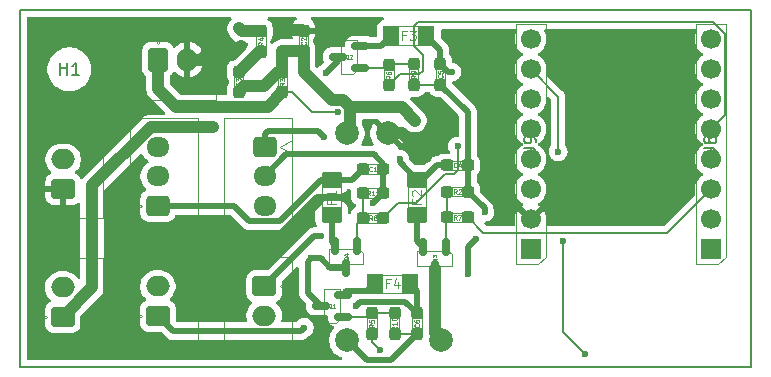
<source format=gbr>
%TF.GenerationSoftware,KiCad,Pcbnew,9.0.3*%
%TF.CreationDate,2025-08-24T20:12:34+09:00*%
%TF.ProjectId,mirror_Shooter_v2,6d697272-6f72-45f5-9368-6f6f7465725f,rev?*%
%TF.SameCoordinates,Original*%
%TF.FileFunction,Copper,L1,Top*%
%TF.FilePolarity,Positive*%
%FSLAX46Y46*%
G04 Gerber Fmt 4.6, Leading zero omitted, Abs format (unit mm)*
G04 Created by KiCad (PCBNEW 9.0.3) date 2025-08-24 20:12:34*
%MOMM*%
%LPD*%
G01*
G04 APERTURE LIST*
G04 Aperture macros list*
%AMRoundRect*
0 Rectangle with rounded corners*
0 $1 Rounding radius*
0 $2 $3 $4 $5 $6 $7 $8 $9 X,Y pos of 4 corners*
0 Add a 4 corners polygon primitive as box body*
4,1,4,$2,$3,$4,$5,$6,$7,$8,$9,$2,$3,0*
0 Add four circle primitives for the rounded corners*
1,1,$1+$1,$2,$3*
1,1,$1+$1,$4,$5*
1,1,$1+$1,$6,$7*
1,1,$1+$1,$8,$9*
0 Add four rect primitives between the rounded corners*
20,1,$1+$1,$2,$3,$4,$5,0*
20,1,$1+$1,$4,$5,$6,$7,0*
20,1,$1+$1,$6,$7,$8,$9,0*
20,1,$1+$1,$8,$9,$2,$3,0*%
G04 Aperture macros list end*
%TA.AperFunction,NonConductor*%
%ADD10C,0.200000*%
%TD*%
%TA.AperFunction,SMDPad,CuDef*%
%ADD11RoundRect,0.237500X0.300000X0.237500X-0.300000X0.237500X-0.300000X-0.237500X0.300000X-0.237500X0*%
%TD*%
%TA.AperFunction,SMDPad,CuDef*%
%ADD12RoundRect,0.237500X-0.237500X0.300000X-0.237500X-0.300000X0.237500X-0.300000X0.237500X0.300000X0*%
%TD*%
%TA.AperFunction,SMDPad,CuDef*%
%ADD13RoundRect,0.237500X0.237500X-0.300000X0.237500X0.300000X-0.237500X0.300000X-0.237500X-0.300000X0*%
%TD*%
%TA.AperFunction,ComponentPad*%
%ADD14RoundRect,0.250000X-0.725000X0.600000X-0.725000X-0.600000X0.725000X-0.600000X0.725000X0.600000X0*%
%TD*%
%TA.AperFunction,ComponentPad*%
%ADD15O,1.950000X1.700000*%
%TD*%
%TA.AperFunction,ComponentPad*%
%ADD16RoundRect,0.250000X0.725000X-0.600000X0.725000X0.600000X-0.725000X0.600000X-0.725000X-0.600000X0*%
%TD*%
%TA.AperFunction,SMDPad,CuDef*%
%ADD17RoundRect,0.250001X0.624999X-0.462499X0.624999X0.462499X-0.624999X0.462499X-0.624999X-0.462499X0*%
%TD*%
%TA.AperFunction,ComponentPad*%
%ADD18C,2.000000*%
%TD*%
%TA.AperFunction,ComponentPad*%
%ADD19RoundRect,0.250000X0.750000X-0.600000X0.750000X0.600000X-0.750000X0.600000X-0.750000X-0.600000X0*%
%TD*%
%TA.AperFunction,ComponentPad*%
%ADD20O,2.000000X1.700000*%
%TD*%
%TA.AperFunction,SMDPad,CuDef*%
%ADD21RoundRect,0.150000X0.587500X0.150000X-0.587500X0.150000X-0.587500X-0.150000X0.587500X-0.150000X0*%
%TD*%
%TA.AperFunction,SMDPad,CuDef*%
%ADD22RoundRect,0.150000X-0.150000X0.587500X-0.150000X-0.587500X0.150000X-0.587500X0.150000X0.587500X0*%
%TD*%
%TA.AperFunction,ComponentPad*%
%ADD23RoundRect,0.250000X-0.600000X-0.750000X0.600000X-0.750000X0.600000X0.750000X-0.600000X0.750000X0*%
%TD*%
%TA.AperFunction,ComponentPad*%
%ADD24O,1.700000X2.000000*%
%TD*%
%TA.AperFunction,ComponentPad*%
%ADD25R,1.700000X1.700000*%
%TD*%
%TA.AperFunction,ComponentPad*%
%ADD26C,1.700000*%
%TD*%
%TA.AperFunction,SMDPad,CuDef*%
%ADD27RoundRect,0.250001X-0.462499X-0.624999X0.462499X-0.624999X0.462499X0.624999X-0.462499X0.624999X0*%
%TD*%
%TA.AperFunction,ComponentPad*%
%ADD28RoundRect,0.250000X-0.750000X0.600000X-0.750000X-0.600000X0.750000X-0.600000X0.750000X0.600000X0*%
%TD*%
%TA.AperFunction,ViaPad*%
%ADD29C,0.600000*%
%TD*%
%TA.AperFunction,Conductor*%
%ADD30C,0.500000*%
%TD*%
%TA.AperFunction,Conductor*%
%ADD31C,1.000000*%
%TD*%
%TA.AperFunction,Conductor*%
%ADD32C,0.200000*%
%TD*%
%ADD33C,0.060000*%
%ADD34C,0.120000*%
%ADD35C,0.050000*%
%ADD36C,0.150000*%
%ADD37C,0.100000*%
G04 APERTURE END LIST*
D10*
X116001800Y-86080600D02*
X177952400Y-86080600D01*
X177952400Y-116281200D01*
X116001800Y-116281200D01*
X116001800Y-86080600D01*
D11*
%TO.P,R7,1*%
%TO.N,/ON2*%
X153942800Y-103632000D03*
%TO.P,R7,2*%
%TO.N,Net-(Q3-B)*%
X152217800Y-103632000D03*
%TD*%
%TO.P,R8,1*%
%TO.N,/ON1*%
X146786600Y-103682800D03*
%TO.P,R8,2*%
%TO.N,Net-(Q4-B)*%
X145061600Y-103682800D03*
%TD*%
D12*
%TO.P,R3,1*%
%TO.N,+3.3V*%
X138252200Y-91309800D03*
%TO.P,R3,2*%
%TO.N,/TACT*%
X138252200Y-93034800D03*
%TD*%
D13*
%TO.P,C6,1*%
%TO.N,GND*%
X149656800Y-113485000D03*
%TO.P,C6,2*%
%TO.N,Net-(J6-Pin_1)*%
X149656800Y-111760000D03*
%TD*%
D11*
%TO.P,C1,1*%
%TO.N,GND*%
X146784400Y-99542600D03*
%TO.P,C1,2*%
%TO.N,Net-(J4-Pin_1)*%
X145059400Y-99542600D03*
%TD*%
D14*
%TO.P,J5,1,Pin_1*%
%TO.N,Net-(J5-Pin_1)*%
X136742200Y-97661600D03*
D15*
%TO.P,J5,2,Pin_2*%
%TO.N,GND*%
X136742200Y-100161600D03*
%TO.P,J5,3,Pin_3*%
%TO.N,/PWM2*%
X136742200Y-102661600D03*
%TD*%
D16*
%TO.P,J4,1,Pin_1*%
%TO.N,Net-(J4-Pin_1)*%
X127717200Y-102661600D03*
D15*
%TO.P,J4,2,Pin_2*%
%TO.N,GND*%
X127717200Y-100161600D03*
%TO.P,J4,3,Pin_3*%
%TO.N,/PWM1*%
X127717200Y-97661600D03*
%TD*%
D13*
%TO.P,C5,1*%
%TO.N,GND*%
X151638000Y-92403000D03*
%TO.P,C5,2*%
%TO.N,Net-(J7-Pin_1)*%
X151638000Y-90678000D03*
%TD*%
D11*
%TO.P,R2,1*%
%TO.N,GND*%
X153947200Y-101447600D03*
%TO.P,R2,2*%
%TO.N,Net-(Q3-B)*%
X152222200Y-101447600D03*
%TD*%
D17*
%TO.P,F2,1*%
%TO.N,Net-(Q3-E)*%
X149654600Y-103406600D03*
%TO.P,F2,2*%
%TO.N,Net-(J5-Pin_1)*%
X149654600Y-100431600D03*
%TD*%
D18*
%TO.P,J1,1,Pin_1*%
%TO.N,+5V*%
X151715800Y-114020000D03*
%TO.P,J1,2,Pin_2*%
%TO.N,GND*%
X143715800Y-114020000D03*
%TD*%
D19*
%TO.P,J6,1,Pin_1*%
%TO.N,Net-(J6-Pin_1)*%
X127717200Y-111961600D03*
D20*
%TO.P,J6,2,Pin_2*%
%TO.N,GND*%
X127717200Y-109461600D03*
%TD*%
D11*
%TO.P,R11,1*%
%TO.N,GND*%
X146786600Y-101574600D03*
%TO.P,R11,2*%
%TO.N,Net-(Q4-B)*%
X145061600Y-101574600D03*
%TD*%
D12*
%TO.P,C3,1*%
%TO.N,Net-(C3-Pad1)*%
X134543800Y-91284700D03*
%TO.P,C3,2*%
%TO.N,+3.3V*%
X134543800Y-93009700D03*
%TD*%
D13*
%TO.P,R5,1*%
%TO.N,/ON4*%
X145846800Y-113487200D03*
%TO.P,R5,2*%
%TO.N,Net-(Q1-B)*%
X145846800Y-111762200D03*
%TD*%
D21*
%TO.P,Q1,1,B*%
%TO.N,Net-(Q1-B)*%
X143386200Y-112064800D03*
%TO.P,Q1,2,E*%
%TO.N,Net-(Q1-E)*%
X143386200Y-110164800D03*
%TO.P,Q1,3,C*%
%TO.N,+5V*%
X141511200Y-111114800D03*
%TD*%
%TO.P,Q2,1,B*%
%TO.N,Net-(Q2-B)*%
X144826200Y-90993000D03*
%TO.P,Q2,2,E*%
%TO.N,Net-(Q2-E)*%
X144826200Y-89093000D03*
%TO.P,Q2,3,C*%
%TO.N,+5V*%
X142951200Y-90043000D03*
%TD*%
D18*
%TO.P,J2,1,Pin_1*%
%TO.N,+3.3V*%
X143715800Y-96520000D03*
%TO.P,J2,2,Pin_2*%
%TO.N,GNDD*%
X147215800Y-96520000D03*
%TD*%
D22*
%TO.P,Q3,1,B*%
%TO.N,Net-(Q3-B)*%
X152093000Y-106146600D03*
%TO.P,Q3,2,E*%
%TO.N,Net-(Q3-E)*%
X150193000Y-106146600D03*
%TO.P,Q3,3,C*%
%TO.N,+5V*%
X151143000Y-108021600D03*
%TD*%
D19*
%TO.P,B+,1,Pin_1*%
%TO.N,+3.3V*%
X119660400Y-112046400D03*
D20*
%TO.P,B+,2,Pin_2*%
%TO.N,Net-(J10-Pin_2)*%
X119660400Y-109546400D03*
%TD*%
D13*
%TO.P,C2,1*%
%TO.N,+3.3V*%
X140055600Y-89558200D03*
%TO.P,C2,2*%
%TO.N,GNDD*%
X140055600Y-87833200D03*
%TD*%
D23*
%TO.P,J3,1,Pin_1*%
%TO.N,/TACT*%
X127717200Y-90261600D03*
D24*
%TO.P,J3,2,Pin_2*%
%TO.N,GNDD*%
X130217200Y-90261600D03*
%TD*%
D22*
%TO.P,Q4,1,B*%
%TO.N,Net-(Q4-B)*%
X144597200Y-106019600D03*
%TO.P,Q4,2,E*%
%TO.N,Net-(Q4-E)*%
X142697200Y-106019600D03*
%TO.P,Q4,3,C*%
%TO.N,+5V*%
X143647200Y-107894600D03*
%TD*%
D13*
%TO.P,R6,1*%
%TO.N,/ON3*%
X147269200Y-92456000D03*
%TO.P,R6,2*%
%TO.N,Net-(Q2-B)*%
X147269200Y-90731000D03*
%TD*%
D25*
%TO.P,J9,1,Pin_1*%
%TO.N,+3.3V*%
X159273400Y-106324400D03*
D26*
%TO.P,J9,2,Pin_2*%
%TO.N,GNDD*%
X159273400Y-103784400D03*
%TO.P,J9,3,Pin_3*%
%TO.N,unconnected-(J9-Pin_3-Pad3)*%
X159273400Y-101244400D03*
%TO.P,J9,4,Pin_4*%
%TO.N,unconnected-(J9-Pin_4-Pad4)*%
X159273400Y-98704400D03*
%TO.P,J9,5,Pin_5*%
%TO.N,unconnected-(J9-Pin_5-Pad5)*%
X159273400Y-96164400D03*
%TO.P,J9,6,Pin_6*%
%TO.N,/TACT*%
X159273400Y-93624400D03*
%TO.P,J9,7,Pin_7*%
%TO.N,/PWM2*%
X159273400Y-91084400D03*
%TO.P,J9,8,Pin_8*%
%TO.N,/PWM1*%
X159273400Y-88544400D03*
%TD*%
D13*
%TO.P,R9,1*%
%TO.N,GND*%
X149377400Y-92403000D03*
%TO.P,R9,2*%
%TO.N,Net-(Q2-B)*%
X149377400Y-90678000D03*
%TD*%
D27*
%TO.P,F3,1*%
%TO.N,Net-(Q2-E)*%
X147469200Y-88265000D03*
%TO.P,F3,2*%
%TO.N,Net-(J7-Pin_1)*%
X150444200Y-88265000D03*
%TD*%
%TO.P,F4,1*%
%TO.N,Net-(Q1-E)*%
X146075400Y-109270800D03*
%TO.P,F4,2*%
%TO.N,Net-(J6-Pin_1)*%
X149050400Y-109270800D03*
%TD*%
D17*
%TO.P,F1,1*%
%TO.N,Net-(Q4-E)*%
X142428000Y-103432900D03*
%TO.P,F1,2*%
%TO.N,Net-(J4-Pin_1)*%
X142428000Y-100457900D03*
%TD*%
D12*
%TO.P,R4,1*%
%TO.N,Net-(J10-Pin_2)*%
X136448800Y-87859700D03*
%TO.P,R4,2*%
%TO.N,Net-(C3-Pad1)*%
X136448800Y-89584700D03*
%TD*%
D19*
%TO.P,J10,1,Pin_1*%
%TO.N,GNDD*%
X119692800Y-101223600D03*
D20*
%TO.P,J10,2,Pin_2*%
%TO.N,Net-(J10-Pin_2)*%
X119692800Y-98723600D03*
%TD*%
D28*
%TO.P,J7,1,Pin_1*%
%TO.N,Net-(J7-Pin_1)*%
X136717200Y-109461600D03*
D20*
%TO.P,J7,2,Pin_2*%
%TO.N,GND*%
X136717200Y-111961600D03*
%TD*%
D25*
%TO.P,J8,1,Pin_1*%
%TO.N,unconnected-(J8-Pin_1-Pad1)*%
X174523400Y-106324400D03*
D26*
%TO.P,J8,2,Pin_2*%
%TO.N,/ON1*%
X174523400Y-103784400D03*
%TO.P,J8,3,Pin_3*%
%TO.N,/ON2*%
X174523400Y-101244400D03*
%TO.P,J8,4,Pin_4*%
%TO.N,unconnected-(J8-Pin_4-Pad4)*%
X174523400Y-98704400D03*
%TO.P,J8,5,Pin_5*%
%TO.N,/ON3*%
X174523400Y-96164400D03*
%TO.P,J8,6,Pin_6*%
%TO.N,/ON4*%
X174523400Y-93624400D03*
%TO.P,J8,7,Pin_7*%
%TO.N,unconnected-(J8-Pin_7-Pad7)*%
X174523400Y-91084400D03*
%TO.P,J8,8,Pin_8*%
%TO.N,unconnected-(J8-Pin_8-Pad8)*%
X174523400Y-88544400D03*
%TD*%
D11*
%TO.P,C4,1*%
%TO.N,GND*%
X153947200Y-99212400D03*
%TO.P,C4,2*%
%TO.N,Net-(J5-Pin_1)*%
X152222200Y-99212400D03*
%TD*%
D13*
%TO.P,R10,1*%
%TO.N,GND*%
X147751800Y-113485000D03*
%TO.P,R10,2*%
%TO.N,Net-(Q1-B)*%
X147751800Y-111760000D03*
%TD*%
D29*
%TO.N,Net-(J7-Pin_1)*%
X152603200Y-91313000D03*
X141528800Y-105232200D03*
%TO.N,Net-(J6-Pin_1)*%
X144449800Y-111125000D03*
X140106400Y-112953800D03*
%TO.N,+3.3V*%
X136677400Y-92506800D03*
X132410200Y-95935800D03*
X149479000Y-95427800D03*
%TO.N,+5V*%
X140665200Y-107086400D03*
X141909800Y-91414600D03*
%TO.N,Net-(J10-Pin_2)*%
X134594600Y-87630000D03*
%TO.N,Net-(J5-Pin_1)*%
X148200000Y-98700000D03*
X141800000Y-96800000D03*
%TO.N,GNDD*%
X138176000Y-87731600D03*
X141307956Y-102113600D03*
X125044200Y-105892600D03*
X134747000Y-89103200D03*
X150393400Y-98552000D03*
%TO.N,GND*%
X155371800Y-103200200D03*
X154686000Y-105460800D03*
X145923000Y-102412800D03*
X153974800Y-108432600D03*
%TO.N,/TACT*%
X143002000Y-94716600D03*
%TO.N,/PWM2*%
X162050000Y-105600000D03*
X163900000Y-115200000D03*
X161600000Y-98050000D03*
%TO.N,/ON1*%
X153082707Y-97617293D03*
%TO.N,/ON4*%
X146507200Y-114858800D03*
%TD*%
D30*
%TO.N,Net-(Q2-E)*%
X144826200Y-89093000D02*
X146641200Y-89093000D01*
X146641200Y-89093000D02*
X147469200Y-88265000D01*
%TO.N,Net-(J7-Pin_1)*%
X152273000Y-91313000D02*
X151638000Y-90678000D01*
X140946600Y-105232200D02*
X136717200Y-109461600D01*
X151638000Y-89458800D02*
X150444200Y-88265000D01*
X152603200Y-91313000D02*
X152273000Y-91313000D01*
X141528800Y-105232200D02*
X140946600Y-105232200D01*
X151638000Y-90678000D02*
X151638000Y-89458800D01*
%TO.N,Net-(J6-Pin_1)*%
X140106400Y-112953800D02*
X139797600Y-113262600D01*
X149656800Y-111760000D02*
X149656800Y-109877200D01*
X144803300Y-110771500D02*
X144449800Y-111125000D01*
X129018200Y-113262600D02*
X127717200Y-111961600D01*
X149656800Y-109877200D02*
X149050400Y-109270800D01*
X149656800Y-111760000D02*
X148668300Y-110771500D01*
X148668300Y-110771500D02*
X144803300Y-110771500D01*
X139797600Y-113262600D02*
X129018200Y-113262600D01*
D31*
%TO.N,+3.3V*%
X148353172Y-94301972D02*
X149479000Y-95427800D01*
X136677400Y-92506800D02*
X135046700Y-92506800D01*
X136677400Y-92506800D02*
X137874400Y-91309800D01*
X137874400Y-91309800D02*
X138252200Y-91309800D01*
X122148600Y-109558200D02*
X119660400Y-112046400D01*
X144003000Y-96232800D02*
X143715800Y-96520000D01*
X138252200Y-91309800D02*
X138252200Y-89547200D01*
X142458200Y-93715600D02*
X143416628Y-93715600D01*
X122148600Y-100911755D02*
X122148600Y-109558200D01*
X135046700Y-92506800D02*
X134543800Y-93009700D01*
X144003000Y-94301972D02*
X144003000Y-96232800D01*
X143416628Y-93715600D02*
X144003000Y-94301972D01*
X138263200Y-89558200D02*
X140055600Y-89558200D01*
X140055600Y-89558200D02*
X140055600Y-91313000D01*
X144003000Y-94301972D02*
X148353172Y-94301972D01*
X138252200Y-89547200D02*
X138263200Y-89558200D01*
X132410200Y-95935800D02*
X127124555Y-95935800D01*
X127124555Y-95935800D02*
X122148600Y-100911755D01*
X140055600Y-91313000D02*
X142458200Y-93715600D01*
D30*
%TO.N,+5V*%
X140665200Y-107086400D02*
X141486400Y-107086400D01*
X140385800Y-109989400D02*
X140385800Y-107365800D01*
X143641800Y-107900000D02*
X143647200Y-107894600D01*
X142951200Y-90373200D02*
X141909800Y-91414600D01*
D31*
X151143000Y-108021600D02*
X151143000Y-113447200D01*
D30*
X140385800Y-107365800D02*
X140665200Y-107086400D01*
X142951200Y-90373200D02*
X142951200Y-90043000D01*
X141511200Y-111114800D02*
X140385800Y-109989400D01*
D32*
X151143000Y-113447200D02*
X151715800Y-114020000D01*
D30*
X142300000Y-107900000D02*
X143641800Y-107900000D01*
X141486400Y-107086400D02*
X142300000Y-107900000D01*
D31*
%TO.N,Net-(C3-Pad1)*%
X136243800Y-89584700D02*
X134543800Y-91284700D01*
D32*
X136448800Y-89584700D02*
X136243800Y-89584700D01*
D31*
%TO.N,Net-(J10-Pin_2)*%
X134594600Y-87630000D02*
X134824300Y-87859700D01*
X134824300Y-87859700D02*
X136448800Y-87859700D01*
D30*
%TO.N,Net-(J4-Pin_1)*%
X141542100Y-100457900D02*
X138037400Y-103962600D01*
X135462600Y-103962600D02*
X134161600Y-102661600D01*
X144144100Y-100457900D02*
X145059400Y-99542600D01*
X138037400Y-103962600D02*
X135462600Y-103962600D01*
X142428000Y-100457900D02*
X141542100Y-100457900D01*
X134161600Y-102661600D02*
X127717200Y-102661600D01*
X142428000Y-100457900D02*
X144144100Y-100457900D01*
%TO.N,Net-(J5-Pin_1)*%
X141300000Y-96300000D02*
X141800000Y-96800000D01*
X136742200Y-96557800D02*
X137000000Y-96300000D01*
X151307800Y-99212400D02*
X152222200Y-99212400D01*
X149654600Y-100431600D02*
X150088600Y-100431600D01*
X148200000Y-98977000D02*
X149654600Y-100431600D01*
X150088600Y-100431600D02*
X151307800Y-99212400D01*
X148200000Y-98700000D02*
X148200000Y-98977000D01*
X136742200Y-97661600D02*
X136742200Y-96557800D01*
X137000000Y-96300000D02*
X141300000Y-96300000D01*
D31*
%TO.N,GNDD*%
X125044200Y-105892600D02*
X137528956Y-105892600D01*
X147215800Y-96520000D02*
X148361400Y-96520000D01*
X131800600Y-89839800D02*
X134010400Y-89839800D01*
X138176000Y-87731600D02*
X139954000Y-87731600D01*
X137528956Y-105892600D02*
X141307956Y-102113600D01*
X131378800Y-90261600D02*
X131800600Y-89839800D01*
X134010400Y-89839800D02*
X134747000Y-89103200D01*
X148361400Y-96520000D02*
X150393400Y-98552000D01*
X130217200Y-90261600D02*
X131378800Y-90261600D01*
D30*
%TO.N,Net-(Q4-E)*%
X142428000Y-103432900D02*
X142428000Y-105750400D01*
X142428000Y-105750400D02*
X142697200Y-106019600D01*
D32*
%TO.N,GND*%
X146786600Y-99544800D02*
X146784400Y-99542600D01*
D30*
X155371800Y-103200200D02*
X155371800Y-102872200D01*
X146784400Y-99542600D02*
X146784400Y-99084400D01*
X155371800Y-102872200D02*
X153947200Y-101447600D01*
X145923300Y-102413100D02*
X145923000Y-102412800D01*
X147411600Y-115730200D02*
X145426000Y-115730200D01*
X138603800Y-98300000D02*
X136742200Y-100161600D01*
X149656800Y-113485000D02*
X147411600Y-115730200D01*
X146784400Y-99084400D02*
X146000000Y-98300000D01*
X146000000Y-98300000D02*
X138603800Y-98300000D01*
X153947200Y-94712200D02*
X153947200Y-99212400D01*
X146786600Y-101574600D02*
X146786600Y-99544800D01*
X145426000Y-115730200D02*
X143715800Y-114020000D01*
X153947200Y-101447600D02*
X153947200Y-99212400D01*
D32*
X149377400Y-92403000D02*
X151638000Y-92403000D01*
D30*
X146786600Y-101574600D02*
X145948100Y-102413100D01*
X145948100Y-102413100D02*
X145923300Y-102413100D01*
X153974800Y-108432600D02*
X153974800Y-106172000D01*
D32*
X149656800Y-113485000D02*
X147751800Y-113485000D01*
D30*
X151638000Y-92403000D02*
X153947200Y-94712200D01*
X153974800Y-106172000D02*
X154686000Y-105460800D01*
%TO.N,Net-(Q3-E)*%
X149654600Y-105608200D02*
X150193000Y-106146600D01*
X149654600Y-103406600D02*
X149654600Y-105608200D01*
D31*
%TO.N,/TACT*%
X127717200Y-92716000D02*
X127717200Y-90261600D01*
X138252200Y-93034800D02*
X137038800Y-94248200D01*
D32*
X140792200Y-94716600D02*
X143002000Y-94716600D01*
D31*
X129249400Y-94248200D02*
X127717200Y-92716000D01*
D32*
X138252200Y-93034800D02*
X139110400Y-93034800D01*
X139110400Y-93034800D02*
X140792200Y-94716600D01*
D31*
X137038800Y-94248200D02*
X129249400Y-94248200D01*
D32*
%TO.N,/PWM2*%
X161600000Y-98050000D02*
X161600000Y-93411000D01*
X162050000Y-113350000D02*
X162050000Y-105600000D01*
X163900000Y-115200000D02*
X162050000Y-113350000D01*
X161600000Y-93411000D02*
X159273400Y-91084400D01*
%TO.N,/ON3*%
X174695760Y-87089000D02*
X175742600Y-88135840D01*
X149844534Y-91516500D02*
X150153400Y-91207634D01*
X147269200Y-92456000D02*
X148208700Y-91516500D01*
X148208700Y-91516500D02*
X149844534Y-91516500D01*
X150153400Y-91207634D02*
X150153400Y-89847860D01*
X149430700Y-87404840D02*
X149746540Y-87089000D01*
X150153400Y-89847860D02*
X149430700Y-89125160D01*
X175742600Y-88135840D02*
X175742600Y-94945200D01*
X149746540Y-87089000D02*
X174695760Y-87089000D01*
X175742600Y-94945200D02*
X174523400Y-96164400D01*
X149430700Y-89125160D02*
X149430700Y-87404840D01*
%TO.N,/ON1*%
X149608600Y-102393100D02*
X148076300Y-102393100D01*
X153108700Y-99631534D02*
X152751834Y-99988400D01*
X153082707Y-97617293D02*
X153082707Y-97791907D01*
X152751834Y-99988400D02*
X152013300Y-99988400D01*
X153108700Y-97817900D02*
X153108700Y-99631534D01*
X152013300Y-99988400D02*
X149608600Y-102393100D01*
X153082707Y-97791907D02*
X153108700Y-97817900D01*
X148076300Y-102393100D02*
X146786600Y-103682800D01*
%TO.N,/ON4*%
X145846800Y-114198400D02*
X146507200Y-114858800D01*
X145846800Y-113487200D02*
X145846800Y-114198400D01*
%TO.N,/ON2*%
X170832400Y-104935400D02*
X174523400Y-101244400D01*
X155246200Y-104935400D02*
X170832400Y-104935400D01*
X153942800Y-103632000D02*
X155246200Y-104935400D01*
%TO.N,Net-(Q1-B)*%
X145544200Y-112064800D02*
X145846800Y-111762200D01*
X145846800Y-111762200D02*
X147749600Y-111762200D01*
X147749600Y-111762200D02*
X147751800Y-111760000D01*
X143386200Y-112064800D02*
X145544200Y-112064800D01*
%TO.N,Net-(Q2-B)*%
X149377400Y-90678000D02*
X147322200Y-90678000D01*
X147007200Y-90993000D02*
X147269200Y-90731000D01*
X147322200Y-90678000D02*
X147269200Y-90731000D01*
X144826200Y-90993000D02*
X147007200Y-90993000D01*
%TO.N,Net-(Q3-B)*%
X152217800Y-101452000D02*
X152222200Y-101447600D01*
X152093000Y-106146600D02*
X152093000Y-103756800D01*
X152093000Y-103756800D02*
X152217800Y-103632000D01*
X152217800Y-103632000D02*
X152217800Y-101452000D01*
%TO.N,Net-(Q4-B)*%
X145061600Y-101574600D02*
X145061600Y-103682800D01*
X144597200Y-106019600D02*
X144597200Y-104147200D01*
X144597200Y-104147200D02*
X145061600Y-103682800D01*
D30*
%TO.N,Net-(Q1-E)*%
X145446200Y-109900000D02*
X143651000Y-109900000D01*
X146075400Y-109270800D02*
X145446200Y-109900000D01*
X143651000Y-109900000D02*
X143386200Y-110164800D01*
%TD*%
%TA.AperFunction,Conductor*%
%TO.N,GNDD*%
G36*
X133896256Y-86700785D02*
G01*
X133942011Y-86753589D01*
X133951955Y-86822747D01*
X133922930Y-86886303D01*
X133916898Y-86892781D01*
X133817463Y-86992215D01*
X133817460Y-86992219D01*
X133707972Y-87156079D01*
X133707967Y-87156089D01*
X133632549Y-87338163D01*
X133632547Y-87338171D01*
X133594100Y-87531455D01*
X133594100Y-87728544D01*
X133632547Y-87921828D01*
X133632549Y-87921836D01*
X133707967Y-88103910D01*
X133707972Y-88103920D01*
X133817460Y-88267780D01*
X133817463Y-88267784D01*
X134044036Y-88494356D01*
X134044063Y-88494385D01*
X134186514Y-88636836D01*
X134186518Y-88636839D01*
X134350379Y-88746328D01*
X134350386Y-88746332D01*
X134464782Y-88793716D01*
X134532464Y-88821751D01*
X134605280Y-88836235D01*
X134674804Y-88850064D01*
X134725756Y-88860200D01*
X134725759Y-88860200D01*
X134725760Y-88860200D01*
X134922840Y-88860200D01*
X135254018Y-88860200D01*
X135321057Y-88879885D01*
X135366812Y-88932689D01*
X135376756Y-89001847D01*
X135347731Y-89065403D01*
X135341699Y-89071881D01*
X134177584Y-90235994D01*
X134128908Y-90266019D01*
X133992284Y-90311292D01*
X133992281Y-90311293D01*
X133845448Y-90401861D01*
X133723461Y-90523848D01*
X133632893Y-90670681D01*
X133632892Y-90670684D01*
X133578626Y-90834447D01*
X133578626Y-90834448D01*
X133578625Y-90834448D01*
X133568300Y-90935515D01*
X133568300Y-91048264D01*
X133565917Y-91072455D01*
X133543300Y-91186156D01*
X133543300Y-91186160D01*
X133543300Y-91383240D01*
X133546762Y-91400643D01*
X133565918Y-91496952D01*
X133568300Y-91521141D01*
X133568300Y-91633868D01*
X133568301Y-91633887D01*
X133578625Y-91734952D01*
X133632892Y-91898715D01*
X133632893Y-91898718D01*
X133636530Y-91904614D01*
X133721909Y-92043036D01*
X133723461Y-92045551D01*
X133737429Y-92059519D01*
X133770914Y-92120842D01*
X133765930Y-92190534D01*
X133737429Y-92234881D01*
X133723461Y-92248848D01*
X133632893Y-92395681D01*
X133632891Y-92395686D01*
X133623528Y-92423942D01*
X133578626Y-92559447D01*
X133578626Y-92559448D01*
X133578625Y-92559448D01*
X133568300Y-92660515D01*
X133568300Y-92773264D01*
X133565917Y-92797455D01*
X133543300Y-92911156D01*
X133543300Y-93108243D01*
X133543625Y-93111542D01*
X133543300Y-93113256D01*
X133543300Y-93114332D01*
X133543096Y-93114332D01*
X133530609Y-93180188D01*
X133482546Y-93230900D01*
X133420223Y-93247700D01*
X129715182Y-93247700D01*
X129648143Y-93228015D01*
X129627501Y-93211381D01*
X128754019Y-92337899D01*
X128720534Y-92276576D01*
X128717700Y-92250218D01*
X128717700Y-91715557D01*
X128737385Y-91648518D01*
X128776607Y-91610016D01*
X128785856Y-91604312D01*
X128909912Y-91480256D01*
X129002014Y-91330934D01*
X129002014Y-91330931D01*
X129005648Y-91325041D01*
X129057595Y-91278316D01*
X129126558Y-91267093D01*
X129190640Y-91294936D01*
X129198868Y-91302456D01*
X129337735Y-91441323D01*
X129337740Y-91441327D01*
X129509642Y-91566220D01*
X129698982Y-91662695D01*
X129901071Y-91728357D01*
X129967200Y-91738831D01*
X129967200Y-90694612D01*
X130024207Y-90727525D01*
X130151374Y-90761600D01*
X130283026Y-90761600D01*
X130410193Y-90727525D01*
X130467200Y-90694612D01*
X130467200Y-91738830D01*
X130533326Y-91728357D01*
X130533329Y-91728357D01*
X130735417Y-91662695D01*
X130924757Y-91566220D01*
X131096659Y-91441327D01*
X131096664Y-91441323D01*
X131246923Y-91291064D01*
X131246927Y-91291059D01*
X131371820Y-91119157D01*
X131468295Y-90929817D01*
X131533957Y-90727730D01*
X131533957Y-90727727D01*
X131567200Y-90517846D01*
X131567200Y-90511600D01*
X130650212Y-90511600D01*
X130683125Y-90454593D01*
X130717200Y-90327426D01*
X130717200Y-90195774D01*
X130683125Y-90068607D01*
X130650212Y-90011600D01*
X131567200Y-90011600D01*
X131567200Y-90005353D01*
X131533957Y-89795472D01*
X131533957Y-89795469D01*
X131468295Y-89593382D01*
X131371820Y-89404042D01*
X131246927Y-89232140D01*
X131246923Y-89232135D01*
X131096664Y-89081876D01*
X131096659Y-89081872D01*
X130924757Y-88956979D01*
X130735415Y-88860503D01*
X130533324Y-88794841D01*
X130467200Y-88784368D01*
X130467200Y-89828588D01*
X130410193Y-89795675D01*
X130283026Y-89761600D01*
X130151374Y-89761600D01*
X130024207Y-89795675D01*
X129967200Y-89828588D01*
X129967200Y-88784368D01*
X129967199Y-88784368D01*
X129901075Y-88794841D01*
X129698984Y-88860503D01*
X129509642Y-88956979D01*
X129337741Y-89081871D01*
X129198868Y-89220744D01*
X129137545Y-89254228D01*
X129067853Y-89249244D01*
X129011920Y-89207372D01*
X129005648Y-89198158D01*
X128984706Y-89164206D01*
X128909912Y-89042944D01*
X128785856Y-88918888D01*
X128653770Y-88837417D01*
X128636536Y-88826787D01*
X128636531Y-88826785D01*
X128621339Y-88821751D01*
X128469997Y-88771601D01*
X128469995Y-88771600D01*
X128367210Y-88761100D01*
X127067198Y-88761100D01*
X127067181Y-88761101D01*
X126964403Y-88771600D01*
X126964400Y-88771601D01*
X126797868Y-88826785D01*
X126797863Y-88826787D01*
X126648542Y-88918889D01*
X126524489Y-89042942D01*
X126432387Y-89192263D01*
X126432385Y-89192268D01*
X126412519Y-89252220D01*
X126377201Y-89358803D01*
X126377201Y-89358804D01*
X126377200Y-89358804D01*
X126366700Y-89461583D01*
X126366700Y-91061601D01*
X126366701Y-91061618D01*
X126377200Y-91164396D01*
X126377201Y-91164399D01*
X126404100Y-91245573D01*
X126432386Y-91330934D01*
X126524488Y-91480256D01*
X126648544Y-91604312D01*
X126657791Y-91610016D01*
X126704518Y-91661960D01*
X126716700Y-91715557D01*
X126716700Y-92814542D01*
X126719569Y-92828968D01*
X126730002Y-92881416D01*
X126755149Y-93007836D01*
X126758952Y-93017016D01*
X126762992Y-93026770D01*
X126762993Y-93026773D01*
X126830566Y-93189910D01*
X126830571Y-93189919D01*
X126940060Y-93353782D01*
X127083737Y-93497459D01*
X127083759Y-93497479D01*
X128309899Y-94723619D01*
X128343384Y-94784942D01*
X128338400Y-94854634D01*
X128296528Y-94910567D01*
X128231064Y-94934984D01*
X128222218Y-94935300D01*
X127026012Y-94935300D01*
X126963722Y-94947690D01*
X126932577Y-94953886D01*
X126832722Y-94973747D01*
X126832714Y-94973750D01*
X126779389Y-94995837D01*
X126779389Y-94995838D01*
X126733870Y-95014692D01*
X126650644Y-95049166D01*
X126650634Y-95049171D01*
X126486774Y-95158659D01*
X126448314Y-95197120D01*
X126347416Y-95298018D01*
X126347413Y-95298021D01*
X121510821Y-100134613D01*
X121510818Y-100134616D01*
X121441139Y-100204294D01*
X121371461Y-100273972D01*
X121341581Y-100318691D01*
X121287968Y-100363495D01*
X121218643Y-100372202D01*
X121155616Y-100342047D01*
X121131902Y-100310036D01*
X121130949Y-100310625D01*
X121035115Y-100155254D01*
X120911145Y-100031284D01*
X120756315Y-99935784D01*
X120709591Y-99883836D01*
X120698368Y-99814873D01*
X120726212Y-99750791D01*
X120733709Y-99742586D01*
X120872904Y-99603392D01*
X120997851Y-99431416D01*
X121094357Y-99242012D01*
X121160046Y-99039843D01*
X121193300Y-98829887D01*
X121193300Y-98617313D01*
X121160046Y-98407357D01*
X121094357Y-98205188D01*
X120997851Y-98015784D01*
X120997849Y-98015781D01*
X120997848Y-98015779D01*
X120872909Y-97843813D01*
X120722586Y-97693490D01*
X120550620Y-97568551D01*
X120361214Y-97472044D01*
X120361213Y-97472043D01*
X120361212Y-97472043D01*
X120159043Y-97406354D01*
X120159041Y-97406353D01*
X120159040Y-97406353D01*
X119997757Y-97380808D01*
X119949087Y-97373100D01*
X119436513Y-97373100D01*
X119387842Y-97380808D01*
X119226560Y-97406353D01*
X119024385Y-97472044D01*
X118834979Y-97568551D01*
X118663013Y-97693490D01*
X118512690Y-97843813D01*
X118387751Y-98015779D01*
X118291244Y-98205185D01*
X118225553Y-98407360D01*
X118192300Y-98617313D01*
X118192300Y-98829886D01*
X118220280Y-99006549D01*
X118225554Y-99039843D01*
X118285005Y-99222814D01*
X118291244Y-99242014D01*
X118387751Y-99431420D01*
X118512690Y-99603386D01*
X118651868Y-99742564D01*
X118685353Y-99803887D01*
X118680369Y-99873579D01*
X118638497Y-99929512D01*
X118629284Y-99935783D01*
X118474459Y-100031280D01*
X118474455Y-100031283D01*
X118350484Y-100155254D01*
X118258443Y-100304475D01*
X118258441Y-100304480D01*
X118203294Y-100470902D01*
X118203293Y-100470909D01*
X118192800Y-100573613D01*
X118192800Y-100973600D01*
X119259788Y-100973600D01*
X119226875Y-101030607D01*
X119192800Y-101157774D01*
X119192800Y-101289426D01*
X119226875Y-101416593D01*
X119259788Y-101473600D01*
X118192801Y-101473600D01*
X118192801Y-101873586D01*
X118203294Y-101976297D01*
X118258441Y-102142719D01*
X118258443Y-102142724D01*
X118350484Y-102291945D01*
X118474454Y-102415915D01*
X118623675Y-102507956D01*
X118623680Y-102507958D01*
X118790102Y-102563105D01*
X118790109Y-102563106D01*
X118892819Y-102573599D01*
X119442799Y-102573599D01*
X119442800Y-102573598D01*
X119442800Y-101656612D01*
X119499807Y-101689525D01*
X119626974Y-101723600D01*
X119758626Y-101723600D01*
X119885793Y-101689525D01*
X119942800Y-101656612D01*
X119942800Y-102573599D01*
X120492772Y-102573599D01*
X120492786Y-102573598D01*
X120595497Y-102563105D01*
X120761919Y-102507958D01*
X120761924Y-102507956D01*
X120911145Y-102415915D01*
X120936419Y-102390642D01*
X120997742Y-102357157D01*
X121067434Y-102362141D01*
X121123367Y-102404013D01*
X121147784Y-102469477D01*
X121148100Y-102478323D01*
X121148100Y-108708345D01*
X121128415Y-108775384D01*
X121075611Y-108821139D01*
X121006453Y-108831083D01*
X120942897Y-108802058D01*
X120923782Y-108781230D01*
X120840509Y-108666613D01*
X120690186Y-108516290D01*
X120518220Y-108391351D01*
X120328814Y-108294844D01*
X120328813Y-108294843D01*
X120328812Y-108294843D01*
X120126643Y-108229154D01*
X120126641Y-108229153D01*
X120126640Y-108229153D01*
X119936960Y-108199111D01*
X119916687Y-108195900D01*
X119404113Y-108195900D01*
X119383840Y-108199111D01*
X119194160Y-108229153D01*
X118991985Y-108294844D01*
X118802579Y-108391351D01*
X118630613Y-108516290D01*
X118480290Y-108666613D01*
X118355351Y-108838579D01*
X118258844Y-109027985D01*
X118193153Y-109230160D01*
X118171448Y-109367201D01*
X118159900Y-109440113D01*
X118159900Y-109652687D01*
X118169746Y-109714851D01*
X118191157Y-109850039D01*
X118193154Y-109862643D01*
X118258358Y-110063320D01*
X118258844Y-110064814D01*
X118355351Y-110254220D01*
X118480290Y-110426186D01*
X118619105Y-110565001D01*
X118652590Y-110626324D01*
X118647606Y-110696016D01*
X118605734Y-110751949D01*
X118596521Y-110758221D01*
X118441742Y-110853689D01*
X118317689Y-110977742D01*
X118225587Y-111127063D01*
X118225585Y-111127068D01*
X118209624Y-111175235D01*
X118170401Y-111293603D01*
X118170401Y-111293604D01*
X118170400Y-111293604D01*
X118159900Y-111396383D01*
X118159900Y-112696401D01*
X118159901Y-112696418D01*
X118170400Y-112799196D01*
X118170401Y-112799199D01*
X118225585Y-112965731D01*
X118225587Y-112965736D01*
X118238465Y-112986614D01*
X118317688Y-113115056D01*
X118441744Y-113239112D01*
X118591066Y-113331214D01*
X118757603Y-113386399D01*
X118860391Y-113396900D01*
X120460408Y-113396899D01*
X120563197Y-113386399D01*
X120729734Y-113331214D01*
X120879056Y-113239112D01*
X121003112Y-113115056D01*
X121095214Y-112965734D01*
X121150399Y-112799197D01*
X121160900Y-112696409D01*
X121160899Y-112012180D01*
X121180583Y-111945142D01*
X121197213Y-111924505D01*
X122786378Y-110335341D01*
X122786382Y-110335339D01*
X122925739Y-110195982D01*
X123035232Y-110032114D01*
X123110651Y-109850035D01*
X123115416Y-109826083D01*
X123129673Y-109754406D01*
X123130705Y-109749219D01*
X123130705Y-109749216D01*
X123149100Y-109656741D01*
X123149100Y-101377536D01*
X123168785Y-101310497D01*
X123185414Y-101289860D01*
X126204644Y-98270629D01*
X126265965Y-98237146D01*
X126335657Y-98242130D01*
X126391590Y-98284002D01*
X126402808Y-98302018D01*
X126437149Y-98369417D01*
X126562090Y-98541386D01*
X126712409Y-98691705D01*
X126712414Y-98691709D01*
X126876993Y-98811282D01*
X126919659Y-98866611D01*
X126925638Y-98936225D01*
X126893033Y-98998020D01*
X126876993Y-99011918D01*
X126712414Y-99131490D01*
X126712409Y-99131494D01*
X126562090Y-99281813D01*
X126437151Y-99453779D01*
X126340644Y-99643185D01*
X126274953Y-99845360D01*
X126241700Y-100055313D01*
X126241700Y-100267886D01*
X126273855Y-100470909D01*
X126274954Y-100477843D01*
X126335340Y-100663692D01*
X126340644Y-100680014D01*
X126437151Y-100869420D01*
X126562090Y-101041386D01*
X126700905Y-101180201D01*
X126734390Y-101241524D01*
X126729406Y-101311216D01*
X126687534Y-101367149D01*
X126678321Y-101373421D01*
X126523542Y-101468889D01*
X126399489Y-101592942D01*
X126307387Y-101742263D01*
X126307385Y-101742268D01*
X126300577Y-101762814D01*
X126252201Y-101908803D01*
X126252201Y-101908804D01*
X126252200Y-101908804D01*
X126241700Y-102011583D01*
X126241700Y-103311601D01*
X126241701Y-103311618D01*
X126252200Y-103414396D01*
X126252201Y-103414399D01*
X126295610Y-103545396D01*
X126307386Y-103580934D01*
X126399488Y-103730256D01*
X126523544Y-103854312D01*
X126672866Y-103946414D01*
X126839403Y-104001599D01*
X126942191Y-104012100D01*
X128492208Y-104012099D01*
X128594997Y-104001599D01*
X128761534Y-103946414D01*
X128910856Y-103854312D01*
X129034912Y-103730256D01*
X129127014Y-103580934D01*
X129154795Y-103497095D01*
X129194568Y-103439651D01*
X129259084Y-103412828D01*
X129272501Y-103412100D01*
X133799370Y-103412100D01*
X133866409Y-103431785D01*
X133887051Y-103448419D01*
X134984184Y-104545552D01*
X135016458Y-104567116D01*
X135107105Y-104627684D01*
X135107106Y-104627684D01*
X135107107Y-104627685D01*
X135243682Y-104684256D01*
X135243687Y-104684258D01*
X135243691Y-104684258D01*
X135243692Y-104684259D01*
X135388679Y-104713100D01*
X135388682Y-104713100D01*
X138111320Y-104713100D01*
X138208862Y-104693696D01*
X138256313Y-104684258D01*
X138392895Y-104627684D01*
X138483542Y-104567116D01*
X138515816Y-104545552D01*
X141408919Y-101652446D01*
X141470240Y-101618963D01*
X141535598Y-101622422D01*
X141650203Y-101660399D01*
X141752992Y-101670900D01*
X141752997Y-101670900D01*
X143103003Y-101670900D01*
X143103008Y-101670900D01*
X143205797Y-101660399D01*
X143372334Y-101605214D01*
X143521655Y-101513111D01*
X143645711Y-101389055D01*
X143708090Y-101287924D01*
X143720810Y-101267302D01*
X143728396Y-101260478D01*
X143732635Y-101251197D01*
X143753933Y-101237509D01*
X143772758Y-101220578D01*
X143784394Y-101217933D01*
X143791413Y-101213423D01*
X143826348Y-101208400D01*
X143899600Y-101208400D01*
X143966639Y-101228085D01*
X144012394Y-101280889D01*
X144023600Y-101332400D01*
X144023600Y-101861269D01*
X144023601Y-101861287D01*
X144033925Y-101962352D01*
X144070209Y-102071849D01*
X144087554Y-102124192D01*
X144088192Y-102126115D01*
X144088193Y-102126118D01*
X144122495Y-102181729D01*
X144178760Y-102272950D01*
X144300750Y-102394940D01*
X144402196Y-102457512D01*
X144409019Y-102465098D01*
X144418303Y-102469338D01*
X144431991Y-102490638D01*
X144448921Y-102509460D01*
X144451565Y-102521095D01*
X144456077Y-102528116D01*
X144461100Y-102563051D01*
X144461100Y-102694348D01*
X144441415Y-102761387D01*
X144402197Y-102799886D01*
X144300753Y-102862457D01*
X144300749Y-102862460D01*
X144178761Y-102984448D01*
X144088193Y-103131281D01*
X144088191Y-103131286D01*
X144045206Y-103261007D01*
X144005433Y-103318452D01*
X143940917Y-103345275D01*
X143872141Y-103332960D01*
X143820942Y-103285417D01*
X143803500Y-103222003D01*
X143803500Y-102920397D01*
X143803499Y-102920384D01*
X143803486Y-102920260D01*
X143792999Y-102817603D01*
X143737814Y-102651066D01*
X143724680Y-102629773D01*
X143645713Y-102501748D01*
X143645710Y-102501744D01*
X143521655Y-102377689D01*
X143521651Y-102377686D01*
X143372337Y-102285587D01*
X143372335Y-102285586D01*
X143241962Y-102242385D01*
X143205797Y-102230401D01*
X143205795Y-102230400D01*
X143103015Y-102219900D01*
X143103008Y-102219900D01*
X141752992Y-102219900D01*
X141752984Y-102219900D01*
X141650204Y-102230400D01*
X141650203Y-102230401D01*
X141483664Y-102285586D01*
X141483662Y-102285587D01*
X141334348Y-102377686D01*
X141334344Y-102377689D01*
X141210289Y-102501744D01*
X141210286Y-102501748D01*
X141118187Y-102651062D01*
X141118186Y-102651064D01*
X141063001Y-102817603D01*
X141063000Y-102817604D01*
X141052500Y-102920384D01*
X141052500Y-103945415D01*
X141063000Y-104048195D01*
X141063001Y-104048197D01*
X141080379Y-104100639D01*
X141118186Y-104214735D01*
X141118187Y-104214737D01*
X141166216Y-104292603D01*
X141184657Y-104359995D01*
X141163735Y-104426659D01*
X141110093Y-104471428D01*
X141060678Y-104481700D01*
X140872680Y-104481700D01*
X140727692Y-104510540D01*
X140727682Y-104510543D01*
X140591108Y-104567114D01*
X140591105Y-104567115D01*
X140591105Y-104567116D01*
X140551307Y-104593708D01*
X140551306Y-104593707D01*
X140468185Y-104649246D01*
X140468178Y-104649252D01*
X137042649Y-108074781D01*
X136981326Y-108108266D01*
X136954968Y-108111100D01*
X135917198Y-108111100D01*
X135917180Y-108111101D01*
X135814403Y-108121600D01*
X135814400Y-108121601D01*
X135647868Y-108176785D01*
X135647863Y-108176787D01*
X135498542Y-108268889D01*
X135374489Y-108392942D01*
X135282387Y-108542263D01*
X135282385Y-108542268D01*
X135256079Y-108621656D01*
X135227201Y-108708803D01*
X135227201Y-108708804D01*
X135227200Y-108708804D01*
X135216700Y-108811583D01*
X135216700Y-110111601D01*
X135216701Y-110111618D01*
X135227200Y-110214396D01*
X135227201Y-110214399D01*
X135282385Y-110380931D01*
X135282387Y-110380936D01*
X135300527Y-110410346D01*
X135348688Y-110488428D01*
X135374489Y-110530257D01*
X135498544Y-110654312D01*
X135653320Y-110749778D01*
X135700045Y-110801726D01*
X135711268Y-110870688D01*
X135683424Y-110934771D01*
X135675906Y-110942998D01*
X135537089Y-111081815D01*
X135412151Y-111253779D01*
X135315644Y-111443185D01*
X135249953Y-111645360D01*
X135216700Y-111855313D01*
X135216700Y-112067886D01*
X135244658Y-112244409D01*
X135249954Y-112277843D01*
X135273194Y-112349369D01*
X135273329Y-112349782D01*
X135275324Y-112419623D01*
X135239244Y-112479456D01*
X135176543Y-112510284D01*
X135155398Y-112512100D01*
X129380430Y-112512100D01*
X129350989Y-112503455D01*
X129321003Y-112496932D01*
X129315987Y-112493177D01*
X129313391Y-112492415D01*
X129292749Y-112475781D01*
X129254018Y-112437050D01*
X129220533Y-112375727D01*
X129217699Y-112349369D01*
X129217699Y-111311598D01*
X129217698Y-111311581D01*
X129207199Y-111208803D01*
X129207198Y-111208800D01*
X129183111Y-111136111D01*
X129152014Y-111042266D01*
X129059912Y-110892944D01*
X128935856Y-110768888D01*
X128786534Y-110676786D01*
X128786533Y-110676785D01*
X128781078Y-110673421D01*
X128734354Y-110621473D01*
X128723131Y-110552510D01*
X128750975Y-110488428D01*
X128758472Y-110480223D01*
X128897304Y-110341392D01*
X128937700Y-110285792D01*
X129022248Y-110169420D01*
X129022247Y-110169420D01*
X129022251Y-110169416D01*
X129118757Y-109980012D01*
X129184446Y-109777843D01*
X129217700Y-109567887D01*
X129217700Y-109355313D01*
X129184446Y-109145357D01*
X129118757Y-108943188D01*
X129022251Y-108753784D01*
X129022249Y-108753781D01*
X129022248Y-108753779D01*
X128897309Y-108581813D01*
X128746986Y-108431490D01*
X128575020Y-108306551D01*
X128385614Y-108210044D01*
X128385613Y-108210043D01*
X128385612Y-108210043D01*
X128183443Y-108144354D01*
X128183441Y-108144353D01*
X128183440Y-108144353D01*
X128022157Y-108118808D01*
X127973487Y-108111100D01*
X127460913Y-108111100D01*
X127412242Y-108118808D01*
X127250960Y-108144353D01*
X127250957Y-108144354D01*
X127082449Y-108199106D01*
X127048785Y-108210044D01*
X126859379Y-108306551D01*
X126687413Y-108431490D01*
X126537090Y-108581813D01*
X126412151Y-108753779D01*
X126315644Y-108943185D01*
X126249953Y-109145360D01*
X126216700Y-109355313D01*
X126216700Y-109567886D01*
X126234224Y-109678532D01*
X126249954Y-109777843D01*
X126305598Y-109949098D01*
X126315644Y-109980014D01*
X126412151Y-110169420D01*
X126537090Y-110341386D01*
X126675905Y-110480201D01*
X126709390Y-110541524D01*
X126704406Y-110611216D01*
X126662534Y-110667149D01*
X126653321Y-110673421D01*
X126498542Y-110768889D01*
X126374489Y-110892942D01*
X126282387Y-111042263D01*
X126282386Y-111042266D01*
X126227201Y-111208803D01*
X126227201Y-111208804D01*
X126227200Y-111208804D01*
X126216700Y-111311583D01*
X126216700Y-112611601D01*
X126216701Y-112611618D01*
X126227200Y-112714396D01*
X126227201Y-112714399D01*
X126282385Y-112880931D01*
X126282387Y-112880936D01*
X126317269Y-112937488D01*
X126374488Y-113030256D01*
X126498544Y-113154312D01*
X126647866Y-113246414D01*
X126814403Y-113301599D01*
X126917191Y-113312100D01*
X127954969Y-113312099D01*
X128022008Y-113331783D01*
X128042650Y-113348418D01*
X128539786Y-113845554D01*
X128569258Y-113865245D01*
X128613470Y-113894786D01*
X128662705Y-113927684D01*
X128662706Y-113927684D01*
X128662707Y-113927685D01*
X128662709Y-113927686D01*
X128775970Y-113974600D01*
X128799287Y-113984258D01*
X128799291Y-113984258D01*
X128799292Y-113984259D01*
X128944279Y-114013100D01*
X128944282Y-114013100D01*
X139871520Y-114013100D01*
X139969062Y-113993696D01*
X140016513Y-113984258D01*
X140153095Y-113927684D01*
X140202329Y-113894786D01*
X140276014Y-113845554D01*
X140276017Y-113845551D01*
X140421694Y-113699872D01*
X140461925Y-113672990D01*
X140485579Y-113663194D01*
X140616689Y-113575589D01*
X140728189Y-113464089D01*
X140815794Y-113332979D01*
X140876137Y-113187297D01*
X140906900Y-113032642D01*
X140906900Y-112874958D01*
X140906900Y-112874955D01*
X140906899Y-112874953D01*
X140902720Y-112853943D01*
X140876137Y-112720303D01*
X140866240Y-112696409D01*
X140815797Y-112574627D01*
X140815790Y-112574614D01*
X140728189Y-112443511D01*
X140728186Y-112443507D01*
X140616692Y-112332013D01*
X140616688Y-112332010D01*
X140485585Y-112244409D01*
X140485572Y-112244402D01*
X140339901Y-112184064D01*
X140339889Y-112184061D01*
X140185245Y-112153300D01*
X140185242Y-112153300D01*
X140027558Y-112153300D01*
X140027555Y-112153300D01*
X139872910Y-112184061D01*
X139872898Y-112184064D01*
X139727227Y-112244402D01*
X139727214Y-112244409D01*
X139596111Y-112332010D01*
X139596107Y-112332013D01*
X139484613Y-112443507D01*
X139484609Y-112443512D01*
X139475605Y-112456989D01*
X139421994Y-112501795D01*
X139372502Y-112512100D01*
X138279002Y-112512100D01*
X138211963Y-112492415D01*
X138166208Y-112439611D01*
X138156264Y-112370453D01*
X138161071Y-112349782D01*
X138184446Y-112277843D01*
X138217700Y-112067887D01*
X138217700Y-111855313D01*
X138184446Y-111645357D01*
X138118757Y-111443188D01*
X138022251Y-111253784D01*
X138022249Y-111253781D01*
X138022248Y-111253779D01*
X137897309Y-111081813D01*
X137758494Y-110942998D01*
X137725009Y-110881675D01*
X137729993Y-110811983D01*
X137771865Y-110756050D01*
X137781079Y-110749778D01*
X137786531Y-110746414D01*
X137786534Y-110746414D01*
X137935856Y-110654312D01*
X138059912Y-110530256D01*
X138152014Y-110380934D01*
X138207199Y-110214397D01*
X138217700Y-110111609D01*
X138217699Y-109073828D01*
X138237383Y-109006790D01*
X138254013Y-108986153D01*
X139423620Y-107816546D01*
X139484942Y-107783063D01*
X139554634Y-107788047D01*
X139610567Y-107829919D01*
X139634984Y-107895383D01*
X139635300Y-107904229D01*
X139635300Y-110063318D01*
X139635300Y-110063320D01*
X139635299Y-110063320D01*
X139664140Y-110208307D01*
X139664143Y-110208317D01*
X139720713Y-110344890D01*
X139720714Y-110344892D01*
X139746653Y-110383712D01*
X139746654Y-110383714D01*
X139802843Y-110467810D01*
X139802847Y-110467815D01*
X140236881Y-110901849D01*
X140270366Y-110963172D01*
X140273200Y-110989530D01*
X140273200Y-111330501D01*
X140276101Y-111367367D01*
X140276102Y-111367373D01*
X140321954Y-111525193D01*
X140321955Y-111525196D01*
X140405617Y-111666662D01*
X140405623Y-111666670D01*
X140521829Y-111782876D01*
X140521833Y-111782879D01*
X140521835Y-111782881D01*
X140663302Y-111866544D01*
X140704924Y-111878636D01*
X140821126Y-111912397D01*
X140821129Y-111912397D01*
X140821131Y-111912398D01*
X140858006Y-111915300D01*
X142024200Y-111915300D01*
X142091239Y-111934985D01*
X142136994Y-111987789D01*
X142148200Y-112039300D01*
X142148200Y-112280501D01*
X142151101Y-112317367D01*
X142151102Y-112317373D01*
X142196954Y-112475193D01*
X142196955Y-112475196D01*
X142196956Y-112475198D01*
X142228292Y-112528185D01*
X142280617Y-112616662D01*
X142280623Y-112616670D01*
X142396829Y-112732876D01*
X142396833Y-112732879D01*
X142396835Y-112732881D01*
X142538302Y-112816544D01*
X142538305Y-112816544D01*
X142545465Y-112819644D01*
X142544881Y-112820993D01*
X142596476Y-112853943D01*
X142625683Y-112917415D01*
X142615937Y-112986602D01*
X142590679Y-113023093D01*
X142571286Y-113042486D01*
X142571285Y-113042488D01*
X142571283Y-113042490D01*
X142553098Y-113067520D01*
X142432457Y-113233566D01*
X142325233Y-113444003D01*
X142252246Y-113668631D01*
X142215300Y-113901902D01*
X142215300Y-114138097D01*
X142252246Y-114371368D01*
X142325233Y-114595996D01*
X142367486Y-114678921D01*
X142432457Y-114806433D01*
X142571283Y-114997510D01*
X142738290Y-115164517D01*
X142929367Y-115303343D01*
X143028791Y-115354002D01*
X143139803Y-115410566D01*
X143139805Y-115410566D01*
X143139808Y-115410568D01*
X143226602Y-115438769D01*
X143284277Y-115478207D01*
X143311475Y-115542566D01*
X143299560Y-115611412D01*
X143252316Y-115662888D01*
X143188283Y-115680700D01*
X116726300Y-115680700D01*
X116659261Y-115661015D01*
X116613506Y-115608211D01*
X116602300Y-115556700D01*
X116602300Y-90963111D01*
X118367300Y-90963111D01*
X118367300Y-91205688D01*
X118398961Y-91446185D01*
X118461747Y-91680504D01*
X118552133Y-91898715D01*
X118554576Y-91904612D01*
X118675864Y-92114689D01*
X118675866Y-92114692D01*
X118675867Y-92114693D01*
X118823533Y-92307136D01*
X118823539Y-92307143D01*
X118995056Y-92478660D01*
X118995063Y-92478666D01*
X119093604Y-92554279D01*
X119187511Y-92626336D01*
X119397588Y-92747624D01*
X119621700Y-92840454D01*
X119856011Y-92903238D01*
X120007291Y-92923154D01*
X120096511Y-92934900D01*
X120096512Y-92934900D01*
X120339089Y-92934900D01*
X120387188Y-92928567D01*
X120579589Y-92903238D01*
X120813900Y-92840454D01*
X121038012Y-92747624D01*
X121248089Y-92626336D01*
X121440538Y-92478665D01*
X121612065Y-92307138D01*
X121759736Y-92114689D01*
X121881024Y-91904612D01*
X121973854Y-91680500D01*
X122036638Y-91446189D01*
X122068300Y-91205688D01*
X122068300Y-90963112D01*
X122036638Y-90722611D01*
X121973854Y-90488300D01*
X121881024Y-90264188D01*
X121759736Y-90054111D01*
X121664786Y-89930369D01*
X121612066Y-89861663D01*
X121612060Y-89861656D01*
X121440543Y-89690139D01*
X121440536Y-89690133D01*
X121248093Y-89542467D01*
X121248092Y-89542466D01*
X121248089Y-89542464D01*
X121043236Y-89424192D01*
X121038014Y-89421177D01*
X121038005Y-89421173D01*
X120813904Y-89328347D01*
X120579585Y-89265561D01*
X120339089Y-89233900D01*
X120339088Y-89233900D01*
X120096512Y-89233900D01*
X120096511Y-89233900D01*
X119856014Y-89265561D01*
X119621695Y-89328347D01*
X119397594Y-89421173D01*
X119397585Y-89421177D01*
X119187506Y-89542467D01*
X118995063Y-89690133D01*
X118995056Y-89690139D01*
X118823539Y-89861656D01*
X118823533Y-89861663D01*
X118675867Y-90054106D01*
X118675864Y-90054110D01*
X118675864Y-90054111D01*
X118670166Y-90063981D01*
X118554577Y-90264185D01*
X118554573Y-90264194D01*
X118461747Y-90488295D01*
X118398961Y-90722614D01*
X118367300Y-90963111D01*
X116602300Y-90963111D01*
X116602300Y-86805100D01*
X116621985Y-86738061D01*
X116674789Y-86692306D01*
X116726300Y-86681100D01*
X133829217Y-86681100D01*
X133896256Y-86700785D01*
G37*
%TD.AperFunction*%
%TA.AperFunction,Conductor*%
G36*
X158057981Y-87709185D02*
G01*
X158103736Y-87761989D01*
X158113680Y-87831147D01*
X158101427Y-87869795D01*
X158021844Y-88025985D01*
X157956153Y-88228160D01*
X157929777Y-88394696D01*
X157922900Y-88438113D01*
X157922900Y-88650687D01*
X157924587Y-88661337D01*
X157956131Y-88860503D01*
X157956154Y-88860643D01*
X158015387Y-89042944D01*
X158021844Y-89062814D01*
X158118351Y-89252220D01*
X158243290Y-89424186D01*
X158393613Y-89574509D01*
X158565582Y-89699450D01*
X158574346Y-89703916D01*
X158625142Y-89751891D01*
X158641936Y-89819712D01*
X158619398Y-89885847D01*
X158574346Y-89924884D01*
X158565582Y-89929349D01*
X158393613Y-90054290D01*
X158243290Y-90204613D01*
X158118351Y-90376579D01*
X158021844Y-90565985D01*
X157956153Y-90768160D01*
X157922900Y-90978113D01*
X157922900Y-91190686D01*
X157956153Y-91400639D01*
X157956153Y-91400641D01*
X157956154Y-91400643D01*
X158019738Y-91596334D01*
X158021844Y-91602814D01*
X158118351Y-91792220D01*
X158243290Y-91964186D01*
X158393613Y-92114509D01*
X158565582Y-92239450D01*
X158574346Y-92243916D01*
X158625142Y-92291891D01*
X158641936Y-92359712D01*
X158619398Y-92425847D01*
X158574346Y-92464884D01*
X158565582Y-92469349D01*
X158393613Y-92594290D01*
X158243290Y-92744613D01*
X158118351Y-92916579D01*
X158021844Y-93105985D01*
X157956153Y-93308160D01*
X157922900Y-93518113D01*
X157922900Y-93730686D01*
X157952510Y-93917640D01*
X157956154Y-93940643D01*
X158012555Y-94114228D01*
X158021844Y-94142814D01*
X158118351Y-94332220D01*
X158243290Y-94504186D01*
X158393613Y-94654509D01*
X158565582Y-94779450D01*
X158574346Y-94783916D01*
X158625142Y-94831891D01*
X158641936Y-94899712D01*
X158619398Y-94965847D01*
X158574346Y-95004884D01*
X158565582Y-95009349D01*
X158393613Y-95134290D01*
X158243290Y-95284613D01*
X158118351Y-95456579D01*
X158021844Y-95645985D01*
X157956153Y-95848160D01*
X157922900Y-96058113D01*
X157922900Y-96270686D01*
X157949876Y-96441009D01*
X157956154Y-96480643D01*
X157992642Y-96592942D01*
X158021844Y-96682814D01*
X158118351Y-96872220D01*
X158243290Y-97044186D01*
X158393613Y-97194509D01*
X158565582Y-97319450D01*
X158574346Y-97323916D01*
X158625142Y-97371891D01*
X158641936Y-97439712D01*
X158619398Y-97505847D01*
X158574346Y-97544884D01*
X158565582Y-97549349D01*
X158393613Y-97674290D01*
X158243290Y-97824613D01*
X158118351Y-97996579D01*
X158021844Y-98185985D01*
X158021843Y-98185987D01*
X158021843Y-98185988D01*
X158015605Y-98205188D01*
X157956153Y-98388160D01*
X157930945Y-98547319D01*
X157922900Y-98598113D01*
X157922900Y-98810687D01*
X157925941Y-98829886D01*
X157953921Y-99006549D01*
X157956154Y-99020643D01*
X158020474Y-99218600D01*
X158021844Y-99222814D01*
X158118351Y-99412220D01*
X158243290Y-99584186D01*
X158393613Y-99734509D01*
X158565582Y-99859450D01*
X158574346Y-99863916D01*
X158625142Y-99911891D01*
X158641936Y-99979712D01*
X158619398Y-100045847D01*
X158574346Y-100084884D01*
X158565582Y-100089349D01*
X158393613Y-100214290D01*
X158243290Y-100364613D01*
X158118351Y-100536579D01*
X158021844Y-100725985D01*
X157956153Y-100928160D01*
X157937347Y-101046896D01*
X157922900Y-101138113D01*
X157922900Y-101350687D01*
X157928648Y-101386976D01*
X157951396Y-101530607D01*
X157956154Y-101560643D01*
X158019696Y-101756205D01*
X158021844Y-101762814D01*
X158118351Y-101952220D01*
X158243290Y-102124186D01*
X158393613Y-102274509D01*
X158565579Y-102399448D01*
X158565581Y-102399449D01*
X158565584Y-102399451D01*
X158574893Y-102404194D01*
X158625690Y-102452166D01*
X158642487Y-102519987D01*
X158619952Y-102586122D01*
X158574905Y-102625160D01*
X158565846Y-102629776D01*
X158565840Y-102629780D01*
X158511682Y-102669127D01*
X158511682Y-102669128D01*
X159143991Y-103301437D01*
X159080407Y-103318475D01*
X158966393Y-103384301D01*
X158873301Y-103477393D01*
X158807475Y-103591407D01*
X158790437Y-103654991D01*
X158158128Y-103022682D01*
X158158127Y-103022682D01*
X158118780Y-103076839D01*
X158022304Y-103266182D01*
X157956642Y-103468269D01*
X157956642Y-103468272D01*
X157923400Y-103678153D01*
X157923400Y-103890646D01*
X157956642Y-104100527D01*
X157956642Y-104100530D01*
X157980054Y-104172582D01*
X157982049Y-104242423D01*
X157945969Y-104302256D01*
X157883268Y-104333084D01*
X157862123Y-104334900D01*
X155546297Y-104334900D01*
X155516856Y-104326255D01*
X155486870Y-104319732D01*
X155481854Y-104315977D01*
X155479258Y-104315215D01*
X155458616Y-104298581D01*
X155372114Y-104212079D01*
X155338629Y-104150756D01*
X155343613Y-104081064D01*
X155385485Y-104025131D01*
X155444716Y-104002133D01*
X155444668Y-104001889D01*
X155446058Y-104001612D01*
X155447651Y-104000994D01*
X155450632Y-104000700D01*
X155450642Y-104000700D01*
X155605297Y-103969937D01*
X155750979Y-103909594D01*
X155882089Y-103821989D01*
X155993589Y-103710489D01*
X156081194Y-103579379D01*
X156141537Y-103433697D01*
X156172300Y-103279042D01*
X156172300Y-103121358D01*
X156172300Y-103121355D01*
X156172299Y-103121353D01*
X156141539Y-102966711D01*
X156141538Y-102966708D01*
X156141537Y-102966703D01*
X156131737Y-102943044D01*
X156130947Y-102939648D01*
X156129819Y-102938119D01*
X156127370Y-102924273D01*
X156122557Y-102903580D01*
X156122300Y-102899597D01*
X156122300Y-102798282D01*
X156114223Y-102757678D01*
X156093459Y-102653288D01*
X156052876Y-102555313D01*
X156052624Y-102554704D01*
X156036885Y-102516706D01*
X156036883Y-102516702D01*
X155958538Y-102399450D01*
X155958538Y-102399451D01*
X155954752Y-102393784D01*
X155021518Y-101460550D01*
X154988033Y-101399227D01*
X154985199Y-101372869D01*
X154985199Y-101160930D01*
X154985198Y-101160913D01*
X154974874Y-101059847D01*
X154970315Y-101046089D01*
X154920608Y-100896084D01*
X154830040Y-100749250D01*
X154734019Y-100653229D01*
X154700534Y-100591906D01*
X154697700Y-100565548D01*
X154697700Y-100094452D01*
X154717385Y-100027413D01*
X154734019Y-100006771D01*
X154771698Y-99969092D01*
X154830040Y-99910750D01*
X154920608Y-99763916D01*
X154974874Y-99600153D01*
X154985200Y-99499077D01*
X154985199Y-98925724D01*
X154974874Y-98824647D01*
X154920608Y-98660884D01*
X154830040Y-98514050D01*
X154734019Y-98418029D01*
X154700534Y-98356706D01*
X154697700Y-98330348D01*
X154697700Y-94638279D01*
X154668859Y-94493292D01*
X154668858Y-94493291D01*
X154668858Y-94493287D01*
X154668856Y-94493282D01*
X154612287Y-94356711D01*
X154612283Y-94356704D01*
X154575685Y-94301931D01*
X154530152Y-94233784D01*
X152649818Y-92353450D01*
X152635114Y-92326522D01*
X152618522Y-92300704D01*
X152617630Y-92294503D01*
X152616333Y-92292127D01*
X152613499Y-92265769D01*
X152613499Y-92228898D01*
X152633184Y-92161859D01*
X152685988Y-92116104D01*
X152713308Y-92107281D01*
X152748513Y-92100277D01*
X152836697Y-92082737D01*
X152982379Y-92022394D01*
X153113489Y-91934789D01*
X153224989Y-91823289D01*
X153312594Y-91692179D01*
X153372937Y-91546497D01*
X153403700Y-91391842D01*
X153403700Y-91234158D01*
X153403700Y-91234155D01*
X153403699Y-91234153D01*
X153395053Y-91190686D01*
X153372937Y-91079503D01*
X153365522Y-91061601D01*
X153312597Y-90933827D01*
X153312590Y-90933814D01*
X153224989Y-90802711D01*
X153224986Y-90802707D01*
X153113492Y-90691213D01*
X153113488Y-90691210D01*
X152982385Y-90603609D01*
X152982372Y-90603602D01*
X152836701Y-90543264D01*
X152836691Y-90543261D01*
X152713307Y-90518718D01*
X152651396Y-90486333D01*
X152616822Y-90425617D01*
X152613499Y-90397101D01*
X152613499Y-90328830D01*
X152613498Y-90328813D01*
X152603174Y-90227747D01*
X152592456Y-90195402D01*
X152548908Y-90063984D01*
X152458340Y-89917150D01*
X152424819Y-89883629D01*
X152391334Y-89822306D01*
X152388500Y-89795948D01*
X152388500Y-89384879D01*
X152359659Y-89239892D01*
X152359658Y-89239891D01*
X152359658Y-89239887D01*
X152344883Y-89204217D01*
X152303087Y-89103311D01*
X152303080Y-89103298D01*
X152220952Y-88980385D01*
X152169687Y-88929120D01*
X152116416Y-88875849D01*
X151909487Y-88668920D01*
X151693519Y-88452951D01*
X151660034Y-88391628D01*
X151657200Y-88365270D01*
X151657200Y-87813500D01*
X151676885Y-87746461D01*
X151729689Y-87700706D01*
X151781200Y-87689500D01*
X157990942Y-87689500D01*
X158057981Y-87709185D01*
G37*
%TD.AperFunction*%
%TA.AperFunction,Conductor*%
G36*
X173307981Y-87709185D02*
G01*
X173353736Y-87761989D01*
X173363680Y-87831147D01*
X173351427Y-87869795D01*
X173271844Y-88025985D01*
X173206153Y-88228160D01*
X173179777Y-88394696D01*
X173172900Y-88438113D01*
X173172900Y-88650687D01*
X173174587Y-88661337D01*
X173206131Y-88860503D01*
X173206154Y-88860643D01*
X173265387Y-89042944D01*
X173271844Y-89062814D01*
X173368351Y-89252220D01*
X173493290Y-89424186D01*
X173643613Y-89574509D01*
X173815582Y-89699450D01*
X173824346Y-89703916D01*
X173875142Y-89751891D01*
X173891936Y-89819712D01*
X173869398Y-89885847D01*
X173824346Y-89924884D01*
X173815582Y-89929349D01*
X173643613Y-90054290D01*
X173493290Y-90204613D01*
X173368351Y-90376579D01*
X173271844Y-90565985D01*
X173206153Y-90768160D01*
X173172900Y-90978113D01*
X173172900Y-91190686D01*
X173206153Y-91400639D01*
X173206153Y-91400641D01*
X173206154Y-91400643D01*
X173269738Y-91596334D01*
X173271844Y-91602814D01*
X173368351Y-91792220D01*
X173493290Y-91964186D01*
X173643613Y-92114509D01*
X173815582Y-92239450D01*
X173824346Y-92243916D01*
X173875142Y-92291891D01*
X173891936Y-92359712D01*
X173869398Y-92425847D01*
X173824346Y-92464884D01*
X173815582Y-92469349D01*
X173643613Y-92594290D01*
X173493290Y-92744613D01*
X173368351Y-92916579D01*
X173271844Y-93105985D01*
X173206153Y-93308160D01*
X173172900Y-93518113D01*
X173172900Y-93730686D01*
X173202510Y-93917640D01*
X173206154Y-93940643D01*
X173262555Y-94114228D01*
X173271844Y-94142814D01*
X173368351Y-94332220D01*
X173493290Y-94504186D01*
X173643613Y-94654509D01*
X173815582Y-94779450D01*
X173824346Y-94783916D01*
X173875142Y-94831891D01*
X173891936Y-94899712D01*
X173869398Y-94965847D01*
X173824346Y-95004884D01*
X173815582Y-95009349D01*
X173643613Y-95134290D01*
X173493290Y-95284613D01*
X173368351Y-95456579D01*
X173271844Y-95645985D01*
X173206153Y-95848160D01*
X173172900Y-96058113D01*
X173172900Y-96270686D01*
X173199876Y-96441009D01*
X173206154Y-96480643D01*
X173242642Y-96592942D01*
X173271844Y-96682814D01*
X173368351Y-96872220D01*
X173493290Y-97044186D01*
X173643613Y-97194509D01*
X173815582Y-97319450D01*
X173824346Y-97323916D01*
X173875142Y-97371891D01*
X173891936Y-97439712D01*
X173869398Y-97505847D01*
X173824346Y-97544884D01*
X173815582Y-97549349D01*
X173643613Y-97674290D01*
X173493290Y-97824613D01*
X173368351Y-97996579D01*
X173271844Y-98185985D01*
X173271843Y-98185987D01*
X173271843Y-98185988D01*
X173265605Y-98205188D01*
X173206153Y-98388160D01*
X173180945Y-98547319D01*
X173172900Y-98598113D01*
X173172900Y-98810687D01*
X173175941Y-98829886D01*
X173203921Y-99006549D01*
X173206154Y-99020643D01*
X173270474Y-99218600D01*
X173271844Y-99222814D01*
X173368351Y-99412220D01*
X173493290Y-99584186D01*
X173643613Y-99734509D01*
X173815582Y-99859450D01*
X173824346Y-99863916D01*
X173875142Y-99911891D01*
X173891936Y-99979712D01*
X173869398Y-100045847D01*
X173824346Y-100084884D01*
X173815582Y-100089349D01*
X173643613Y-100214290D01*
X173493290Y-100364613D01*
X173368351Y-100536579D01*
X173271844Y-100725985D01*
X173206153Y-100928160D01*
X173187347Y-101046896D01*
X173172900Y-101138113D01*
X173172900Y-101350687D01*
X173178648Y-101386976D01*
X173206154Y-101560644D01*
X173206154Y-101560647D01*
X173219891Y-101602923D01*
X173221886Y-101672764D01*
X173189641Y-101728922D01*
X170619984Y-104298581D01*
X170558661Y-104332066D01*
X170532303Y-104334900D01*
X160684677Y-104334900D01*
X160617638Y-104315215D01*
X160571883Y-104262411D01*
X160561939Y-104193253D01*
X160566746Y-104172582D01*
X160590157Y-104100530D01*
X160590157Y-104100527D01*
X160623400Y-103890646D01*
X160623400Y-103678153D01*
X160590157Y-103468272D01*
X160590157Y-103468269D01*
X160524495Y-103266182D01*
X160428024Y-103076849D01*
X160388670Y-103022682D01*
X160388669Y-103022682D01*
X159756362Y-103654989D01*
X159739325Y-103591407D01*
X159673499Y-103477393D01*
X159580407Y-103384301D01*
X159466393Y-103318475D01*
X159402809Y-103301437D01*
X160035116Y-102669128D01*
X159980947Y-102629773D01*
X159980947Y-102629772D01*
X159971900Y-102625163D01*
X159921106Y-102577188D01*
X159904312Y-102509366D01*
X159926851Y-102443232D01*
X159971908Y-102404193D01*
X159981216Y-102399451D01*
X160079839Y-102327798D01*
X160153186Y-102274509D01*
X160153188Y-102274506D01*
X160153192Y-102274504D01*
X160303504Y-102124192D01*
X160303506Y-102124188D01*
X160303509Y-102124186D01*
X160428448Y-101952220D01*
X160428447Y-101952220D01*
X160428451Y-101952216D01*
X160524957Y-101762812D01*
X160590646Y-101560643D01*
X160623900Y-101350687D01*
X160623900Y-101138113D01*
X160590646Y-100928157D01*
X160524957Y-100725988D01*
X160428451Y-100536584D01*
X160428449Y-100536581D01*
X160428448Y-100536579D01*
X160303509Y-100364613D01*
X160153186Y-100214290D01*
X159981220Y-100089351D01*
X159980515Y-100088991D01*
X159972454Y-100084885D01*
X159921659Y-100036912D01*
X159904863Y-99969092D01*
X159927399Y-99902956D01*
X159972454Y-99863915D01*
X159981216Y-99859451D01*
X160057694Y-99803887D01*
X160153186Y-99734509D01*
X160153188Y-99734506D01*
X160153192Y-99734504D01*
X160303504Y-99584192D01*
X160303506Y-99584188D01*
X160303509Y-99584186D01*
X160428448Y-99412220D01*
X160428447Y-99412220D01*
X160428451Y-99412216D01*
X160524957Y-99222812D01*
X160590646Y-99020643D01*
X160623900Y-98810687D01*
X160623900Y-98598113D01*
X160590646Y-98388157D01*
X160524957Y-98185988D01*
X160428451Y-97996584D01*
X160428449Y-97996581D01*
X160428448Y-97996579D01*
X160303509Y-97824613D01*
X160153186Y-97674290D01*
X159981220Y-97549351D01*
X159980515Y-97548991D01*
X159972454Y-97544885D01*
X159921659Y-97496912D01*
X159904863Y-97429092D01*
X159927399Y-97362956D01*
X159972454Y-97323915D01*
X159981216Y-97319451D01*
X160008591Y-97299562D01*
X160153186Y-97194509D01*
X160153188Y-97194506D01*
X160153192Y-97194504D01*
X160303504Y-97044192D01*
X160303506Y-97044188D01*
X160303509Y-97044186D01*
X160428448Y-96872220D01*
X160428447Y-96872220D01*
X160428451Y-96872216D01*
X160524957Y-96682812D01*
X160590646Y-96480643D01*
X160623900Y-96270687D01*
X160623900Y-96058113D01*
X160590646Y-95848157D01*
X160524957Y-95645988D01*
X160428451Y-95456584D01*
X160428449Y-95456581D01*
X160428448Y-95456579D01*
X160303509Y-95284613D01*
X160153186Y-95134290D01*
X159981220Y-95009351D01*
X159980515Y-95008991D01*
X159972454Y-95004885D01*
X159921659Y-94956912D01*
X159904863Y-94889092D01*
X159927399Y-94822956D01*
X159972454Y-94783915D01*
X159981216Y-94779451D01*
X160058063Y-94723619D01*
X160153186Y-94654509D01*
X160153188Y-94654506D01*
X160153192Y-94654504D01*
X160303504Y-94504192D01*
X160303506Y-94504188D01*
X160303509Y-94504186D01*
X160428448Y-94332220D01*
X160428447Y-94332220D01*
X160428451Y-94332216D01*
X160524957Y-94142812D01*
X160590646Y-93940643D01*
X160623900Y-93730687D01*
X160623900Y-93583497D01*
X160630138Y-93562251D01*
X160631718Y-93540163D01*
X160639790Y-93529379D01*
X160643585Y-93516458D01*
X160660318Y-93501958D01*
X160673590Y-93484230D01*
X160686210Y-93479522D01*
X160696389Y-93470703D01*
X160718306Y-93467551D01*
X160739054Y-93459813D01*
X160752214Y-93462675D01*
X160765547Y-93460759D01*
X160785690Y-93469958D01*
X160807327Y-93474665D01*
X160825052Y-93487933D01*
X160829103Y-93489784D01*
X160835581Y-93495816D01*
X160963181Y-93623416D01*
X160996666Y-93684739D01*
X160999500Y-93711097D01*
X160999500Y-97470234D01*
X160979815Y-97537273D01*
X160978602Y-97539125D01*
X160890609Y-97670814D01*
X160890602Y-97670827D01*
X160830264Y-97816498D01*
X160830261Y-97816510D01*
X160799500Y-97971153D01*
X160799500Y-98128846D01*
X160830261Y-98283489D01*
X160830264Y-98283501D01*
X160890602Y-98429172D01*
X160890609Y-98429185D01*
X160978210Y-98560288D01*
X160978213Y-98560292D01*
X161089707Y-98671786D01*
X161089711Y-98671789D01*
X161220814Y-98759390D01*
X161220827Y-98759397D01*
X161366498Y-98819735D01*
X161366503Y-98819737D01*
X161521153Y-98850499D01*
X161521156Y-98850500D01*
X161521158Y-98850500D01*
X161678844Y-98850500D01*
X161678845Y-98850499D01*
X161833497Y-98819737D01*
X161979179Y-98759394D01*
X162110289Y-98671789D01*
X162221789Y-98560289D01*
X162309394Y-98429179D01*
X162314013Y-98418029D01*
X162350331Y-98330348D01*
X162369737Y-98283497D01*
X162400500Y-98128842D01*
X162400500Y-97971158D01*
X162400500Y-97971155D01*
X162400499Y-97971153D01*
X162386246Y-97899500D01*
X162369737Y-97816503D01*
X162349600Y-97767887D01*
X162309397Y-97670827D01*
X162309390Y-97670814D01*
X162221398Y-97539125D01*
X162200520Y-97472447D01*
X162200500Y-97470234D01*
X162200500Y-93331943D01*
X162200499Y-93331939D01*
X162192353Y-93301537D01*
X162188147Y-93285840D01*
X162159577Y-93179215D01*
X162104180Y-93083265D01*
X162080520Y-93042284D01*
X161968716Y-92930480D01*
X161968713Y-92930478D01*
X160607157Y-91568922D01*
X160573672Y-91507599D01*
X160576907Y-91442923D01*
X160590646Y-91400643D01*
X160623900Y-91190687D01*
X160623900Y-90978113D01*
X160590646Y-90768157D01*
X160524957Y-90565988D01*
X160428451Y-90376584D01*
X160428449Y-90376581D01*
X160428448Y-90376579D01*
X160303509Y-90204613D01*
X160153186Y-90054290D01*
X159981220Y-89929351D01*
X159980515Y-89928991D01*
X159972454Y-89924885D01*
X159921659Y-89876912D01*
X159904863Y-89809092D01*
X159927399Y-89742956D01*
X159972454Y-89703915D01*
X159981216Y-89699451D01*
X160015838Y-89674297D01*
X160153186Y-89574509D01*
X160153188Y-89574506D01*
X160153192Y-89574504D01*
X160303504Y-89424192D01*
X160303506Y-89424188D01*
X160303509Y-89424186D01*
X160428448Y-89252220D01*
X160428447Y-89252220D01*
X160428451Y-89252216D01*
X160524957Y-89062812D01*
X160590646Y-88860643D01*
X160623900Y-88650687D01*
X160623900Y-88438113D01*
X160590646Y-88228157D01*
X160524957Y-88025988D01*
X160445373Y-87869795D01*
X160432477Y-87801126D01*
X160458753Y-87736385D01*
X160515860Y-87696128D01*
X160555858Y-87689500D01*
X173240942Y-87689500D01*
X173307981Y-87709185D01*
G37*
%TD.AperFunction*%
%TA.AperFunction,Conductor*%
G36*
X150659338Y-93006374D02*
G01*
X150669464Y-93005110D01*
X150692296Y-93016052D01*
X150716587Y-93023185D01*
X150724945Y-93031699D01*
X150732471Y-93035306D01*
X150755086Y-93062403D01*
X150817657Y-93163846D01*
X150817660Y-93163850D01*
X150939650Y-93285840D01*
X151086484Y-93376408D01*
X151250247Y-93430674D01*
X151351323Y-93441000D01*
X151563268Y-93440999D01*
X151630308Y-93460683D01*
X151650950Y-93477318D01*
X153160381Y-94986749D01*
X153193866Y-95048072D01*
X153196700Y-95074430D01*
X153196700Y-96692793D01*
X153177015Y-96759832D01*
X153124211Y-96805587D01*
X153072700Y-96816793D01*
X153003862Y-96816793D01*
X152849217Y-96847554D01*
X152849205Y-96847557D01*
X152703534Y-96907895D01*
X152703521Y-96907902D01*
X152572418Y-96995503D01*
X152572414Y-96995506D01*
X152460920Y-97107000D01*
X152460917Y-97107004D01*
X152373316Y-97238107D01*
X152373309Y-97238120D01*
X152312971Y-97383791D01*
X152312968Y-97383803D01*
X152282207Y-97538446D01*
X152282207Y-97696139D01*
X152312968Y-97850782D01*
X152312971Y-97850794D01*
X152373309Y-97996465D01*
X152373315Y-97996476D01*
X152405076Y-98044010D01*
X152425953Y-98110688D01*
X152407468Y-98178068D01*
X152355489Y-98224757D01*
X152301973Y-98236900D01*
X151873030Y-98236900D01*
X151873012Y-98236901D01*
X151771947Y-98247225D01*
X151608184Y-98301492D01*
X151608181Y-98301493D01*
X151461348Y-98392061D01*
X151427829Y-98425581D01*
X151366506Y-98459066D01*
X151340148Y-98461900D01*
X151233880Y-98461900D01*
X151088892Y-98490740D01*
X151088882Y-98490743D01*
X150952311Y-98547312D01*
X150952298Y-98547319D01*
X150829384Y-98629448D01*
X150829380Y-98629451D01*
X150276552Y-99182281D01*
X150215229Y-99215766D01*
X150188871Y-99218600D01*
X149554330Y-99218600D01*
X149487291Y-99198915D01*
X149466649Y-99182281D01*
X149036819Y-98752451D01*
X149003334Y-98691128D01*
X149000500Y-98664770D01*
X149000500Y-98621155D01*
X149000499Y-98621153D01*
X148984632Y-98541386D01*
X148969737Y-98466503D01*
X148957999Y-98438164D01*
X148909397Y-98320827D01*
X148909390Y-98320814D01*
X148821789Y-98189711D01*
X148821786Y-98189707D01*
X148710292Y-98078213D01*
X148710288Y-98078210D01*
X148579185Y-97990609D01*
X148579172Y-97990602D01*
X148433501Y-97930264D01*
X148433489Y-97930261D01*
X148278845Y-97899500D01*
X148278842Y-97899500D01*
X148206704Y-97899500D01*
X148139665Y-97879815D01*
X148093910Y-97827011D01*
X148083086Y-97765771D01*
X148084905Y-97742658D01*
X147426858Y-97084612D01*
X147447391Y-97079111D01*
X147584208Y-97000119D01*
X147695919Y-96888408D01*
X147774911Y-96751591D01*
X147780412Y-96731058D01*
X148438458Y-97389105D01*
X148438458Y-97389104D01*
X148498714Y-97306169D01*
X148498718Y-97306163D01*
X148605902Y-97095802D01*
X148678865Y-96871247D01*
X148715800Y-96638052D01*
X148715800Y-96401947D01*
X148710407Y-96367898D01*
X148719362Y-96298604D01*
X148764358Y-96245153D01*
X148831109Y-96224513D01*
X148898423Y-96243238D01*
X148901753Y-96245386D01*
X149005086Y-96314431D01*
X149187164Y-96389851D01*
X149380455Y-96428299D01*
X149380458Y-96428300D01*
X149380460Y-96428300D01*
X149577542Y-96428300D01*
X149577543Y-96428299D01*
X149770836Y-96389851D01*
X149952914Y-96314431D01*
X150116781Y-96204939D01*
X150256139Y-96065581D01*
X150365631Y-95901714D01*
X150441051Y-95719636D01*
X150479500Y-95526340D01*
X150479500Y-95329260D01*
X150479500Y-95329257D01*
X150479499Y-95329255D01*
X150474819Y-95305725D01*
X150441051Y-95135964D01*
X150365631Y-94953886D01*
X150365627Y-94953879D01*
X150256139Y-94790019D01*
X150256136Y-94790015D01*
X149134651Y-93668531D01*
X149130313Y-93664193D01*
X149130311Y-93664190D01*
X149118796Y-93652675D01*
X149095418Y-93609855D01*
X149085317Y-93591357D01*
X149085317Y-93591353D01*
X149085315Y-93591349D01*
X149087953Y-93554500D01*
X149090301Y-93521665D01*
X149090303Y-93521661D01*
X149090304Y-93521658D01*
X149112627Y-93491842D01*
X149132173Y-93465732D01*
X149132176Y-93465730D01*
X149132179Y-93465727D01*
X149170279Y-93451518D01*
X149197637Y-93441315D01*
X149197642Y-93441314D01*
X149197647Y-93441314D01*
X149206460Y-93440999D01*
X149664076Y-93440999D01*
X149664084Y-93440998D01*
X149664087Y-93440998D01*
X149719430Y-93435344D01*
X149765153Y-93430674D01*
X149928916Y-93376408D01*
X150075750Y-93285840D01*
X150197740Y-93163850D01*
X150233430Y-93105988D01*
X150260314Y-93062403D01*
X150312262Y-93015678D01*
X150365852Y-93003500D01*
X150649548Y-93003500D01*
X150659338Y-93006374D01*
G37*
%TD.AperFunction*%
%TA.AperFunction,Conductor*%
G36*
X146367503Y-95322157D02*
G01*
X146388145Y-95338791D01*
X147004741Y-95955387D01*
X146984209Y-95960889D01*
X146847392Y-96039881D01*
X146735681Y-96151592D01*
X146656689Y-96288409D01*
X146651187Y-96308941D01*
X145993140Y-95650894D01*
X145932884Y-95733830D01*
X145825697Y-95944197D01*
X145752734Y-96168752D01*
X145715800Y-96401947D01*
X145715800Y-96638052D01*
X145752734Y-96871247D01*
X145825697Y-97095802D01*
X145932885Y-97306171D01*
X145966628Y-97352614D01*
X145990108Y-97418421D01*
X145974283Y-97486475D01*
X145924177Y-97535170D01*
X145866310Y-97549500D01*
X145065908Y-97549500D01*
X144998869Y-97529815D01*
X144953114Y-97477011D01*
X144943170Y-97407853D01*
X144965590Y-97352614D01*
X144999143Y-97306433D01*
X145106368Y-97095992D01*
X145179353Y-96871368D01*
X145183124Y-96847557D01*
X145216300Y-96638097D01*
X145216300Y-96401902D01*
X145179353Y-96168631D01*
X145106366Y-95944003D01*
X145017015Y-95768642D01*
X145003500Y-95712347D01*
X145003500Y-95426472D01*
X145023185Y-95359433D01*
X145075989Y-95313678D01*
X145127500Y-95302472D01*
X146300464Y-95302472D01*
X146367503Y-95322157D01*
G37*
%TD.AperFunction*%
%TA.AperFunction,Conductor*%
G36*
X139424542Y-86700785D02*
G01*
X139470297Y-86753589D01*
X139480241Y-86822747D01*
X139451216Y-86886303D01*
X139422601Y-86910638D01*
X139357562Y-86950754D01*
X139235655Y-87072661D01*
X139235652Y-87072665D01*
X139145151Y-87219388D01*
X139145146Y-87219399D01*
X139090919Y-87383047D01*
X139080600Y-87484045D01*
X139080600Y-87583200D01*
X141030599Y-87583200D01*
X141030599Y-87484060D01*
X141030598Y-87484045D01*
X141020280Y-87383047D01*
X140966053Y-87219399D01*
X140966048Y-87219388D01*
X140875547Y-87072665D01*
X140875544Y-87072661D01*
X140753637Y-86950754D01*
X140688599Y-86910638D01*
X140641875Y-86858690D01*
X140630654Y-86789727D01*
X140658497Y-86725645D01*
X140716566Y-86686790D01*
X140753697Y-86681100D01*
X146746079Y-86681100D01*
X146813118Y-86700785D01*
X146858873Y-86753589D01*
X146868817Y-86822747D01*
X146839792Y-86886303D01*
X146785083Y-86922805D01*
X146756966Y-86932122D01*
X146687364Y-86955186D01*
X146687362Y-86955187D01*
X146538048Y-87047286D01*
X146538044Y-87047289D01*
X146413989Y-87171344D01*
X146413986Y-87171348D01*
X146321887Y-87320662D01*
X146321886Y-87320664D01*
X146303466Y-87376254D01*
X146267743Y-87484060D01*
X146266702Y-87487201D01*
X146266701Y-87487203D01*
X146256200Y-87589984D01*
X146256200Y-88218500D01*
X146236515Y-88285539D01*
X146183711Y-88331294D01*
X146132200Y-88342500D01*
X145696028Y-88342500D01*
X145661433Y-88337576D01*
X145516273Y-88295402D01*
X145516267Y-88295401D01*
X145479401Y-88292500D01*
X145479394Y-88292500D01*
X144173006Y-88292500D01*
X144172998Y-88292500D01*
X144136132Y-88295401D01*
X144136126Y-88295402D01*
X143978306Y-88341254D01*
X143978303Y-88341255D01*
X143836837Y-88424917D01*
X143836829Y-88424923D01*
X143720623Y-88541129D01*
X143720617Y-88541137D01*
X143636955Y-88682603D01*
X143636954Y-88682606D01*
X143591102Y-88840426D01*
X143591101Y-88840432D01*
X143588200Y-88877298D01*
X143588200Y-89118500D01*
X143568515Y-89185539D01*
X143515711Y-89231294D01*
X143464200Y-89242500D01*
X142297998Y-89242500D01*
X142261132Y-89245401D01*
X142261126Y-89245402D01*
X142103306Y-89291254D01*
X142103303Y-89291255D01*
X141961837Y-89374917D01*
X141961829Y-89374923D01*
X141845623Y-89491129D01*
X141845617Y-89491137D01*
X141761955Y-89632603D01*
X141761954Y-89632606D01*
X141716102Y-89790426D01*
X141716101Y-89790432D01*
X141713200Y-89827298D01*
X141713200Y-90258701D01*
X141716101Y-90295567D01*
X141716102Y-90295573D01*
X141752229Y-90419920D01*
X141752191Y-90433213D01*
X141756837Y-90445669D01*
X141752093Y-90467474D01*
X141752030Y-90489789D01*
X141744480Y-90502472D01*
X141741985Y-90513942D01*
X141720834Y-90542196D01*
X141594503Y-90668527D01*
X141554280Y-90695405D01*
X141530619Y-90705206D01*
X141530618Y-90705207D01*
X141399515Y-90792807D01*
X141399507Y-90792813D01*
X141288013Y-90904307D01*
X141288006Y-90904316D01*
X141283200Y-90911509D01*
X141229587Y-90956313D01*
X141160262Y-90965019D01*
X141097235Y-90934862D01*
X141060517Y-90875419D01*
X141056100Y-90842616D01*
X141056100Y-89459656D01*
X141033482Y-89345952D01*
X141031099Y-89321760D01*
X141031099Y-89209030D01*
X141031098Y-89209013D01*
X141020774Y-89107947D01*
X141012135Y-89081876D01*
X140966508Y-88944184D01*
X140875940Y-88797350D01*
X140861617Y-88783027D01*
X140828132Y-88721704D01*
X140833116Y-88652012D01*
X140861621Y-88607660D01*
X140875547Y-88593735D01*
X140966048Y-88447011D01*
X140966053Y-88447000D01*
X141020280Y-88283352D01*
X141030599Y-88182354D01*
X141030600Y-88182341D01*
X141030600Y-88083200D01*
X139080601Y-88083200D01*
X139080601Y-88182354D01*
X139090919Y-88283352D01*
X139127815Y-88394696D01*
X139130217Y-88464524D01*
X139094485Y-88524566D01*
X139031965Y-88555759D01*
X139010109Y-88557700D01*
X138418253Y-88557700D01*
X138394061Y-88555317D01*
X138372302Y-88550989D01*
X138350742Y-88546700D01*
X138350741Y-88546700D01*
X138153659Y-88546700D01*
X138153657Y-88546700D01*
X138100875Y-88557199D01*
X138100862Y-88557201D01*
X138098359Y-88557700D01*
X137960364Y-88585149D01*
X137933808Y-88596149D01*
X137924919Y-88599830D01*
X137924910Y-88599833D01*
X137778292Y-88660564D01*
X137778279Y-88660571D01*
X137614418Y-88770060D01*
X137491232Y-88893246D01*
X137474878Y-88902175D01*
X137461531Y-88915174D01*
X137444849Y-88918571D01*
X137429909Y-88926730D01*
X137411324Y-88925400D01*
X137393067Y-88929120D01*
X137377197Y-88922960D01*
X137360217Y-88921746D01*
X137345301Y-88910579D01*
X137327932Y-88903838D01*
X137310554Y-88884567D01*
X137304284Y-88879874D01*
X137303308Y-88878553D01*
X137300515Y-88874717D01*
X137269140Y-88823850D01*
X137248313Y-88803023D01*
X137242609Y-88795189D01*
X137233969Y-88771053D01*
X137221686Y-88748558D01*
X137222390Y-88738705D01*
X137219062Y-88729407D01*
X137224841Y-88704437D01*
X137226670Y-88678866D01*
X137233061Y-88668920D01*
X137234817Y-88661337D01*
X137243152Y-88653218D01*
X137255171Y-88634519D01*
X137269140Y-88620550D01*
X137359708Y-88473716D01*
X137413974Y-88309953D01*
X137424300Y-88208877D01*
X137424299Y-88096135D01*
X137426682Y-88071942D01*
X137435824Y-88025988D01*
X137449300Y-87958241D01*
X137449300Y-87761159D01*
X137449300Y-87761156D01*
X137426682Y-87647452D01*
X137424299Y-87623260D01*
X137424299Y-87510530D01*
X137424298Y-87510513D01*
X137413974Y-87409447D01*
X137402740Y-87375546D01*
X137359708Y-87245684D01*
X137269140Y-87098850D01*
X137147150Y-86976860D01*
X137039787Y-86910637D01*
X136993064Y-86858691D01*
X136981841Y-86789728D01*
X137009685Y-86725646D01*
X137067754Y-86686790D01*
X137104885Y-86681100D01*
X139357503Y-86681100D01*
X139424542Y-86700785D01*
G37*
%TD.AperFunction*%
%TD*%
D33*
X153013633Y-103813927D02*
X152880300Y-103623451D01*
X152785062Y-103813927D02*
X152785062Y-103413927D01*
X152785062Y-103413927D02*
X152937443Y-103413927D01*
X152937443Y-103413927D02*
X152975538Y-103432975D01*
X152975538Y-103432975D02*
X152994585Y-103452022D01*
X152994585Y-103452022D02*
X153013633Y-103490118D01*
X153013633Y-103490118D02*
X153013633Y-103547260D01*
X153013633Y-103547260D02*
X152994585Y-103585356D01*
X152994585Y-103585356D02*
X152975538Y-103604403D01*
X152975538Y-103604403D02*
X152937443Y-103623451D01*
X152937443Y-103623451D02*
X152785062Y-103623451D01*
X153146966Y-103413927D02*
X153413633Y-103413927D01*
X153413633Y-103413927D02*
X153242204Y-103813927D01*
X145857433Y-103864727D02*
X145724100Y-103674251D01*
X145628862Y-103864727D02*
X145628862Y-103464727D01*
X145628862Y-103464727D02*
X145781243Y-103464727D01*
X145781243Y-103464727D02*
X145819338Y-103483775D01*
X145819338Y-103483775D02*
X145838385Y-103502822D01*
X145838385Y-103502822D02*
X145857433Y-103540918D01*
X145857433Y-103540918D02*
X145857433Y-103598060D01*
X145857433Y-103598060D02*
X145838385Y-103636156D01*
X145838385Y-103636156D02*
X145819338Y-103655203D01*
X145819338Y-103655203D02*
X145781243Y-103674251D01*
X145781243Y-103674251D02*
X145628862Y-103674251D01*
X146086004Y-103636156D02*
X146047909Y-103617108D01*
X146047909Y-103617108D02*
X146028862Y-103598060D01*
X146028862Y-103598060D02*
X146009814Y-103559965D01*
X146009814Y-103559965D02*
X146009814Y-103540918D01*
X146009814Y-103540918D02*
X146028862Y-103502822D01*
X146028862Y-103502822D02*
X146047909Y-103483775D01*
X146047909Y-103483775D02*
X146086004Y-103464727D01*
X146086004Y-103464727D02*
X146162195Y-103464727D01*
X146162195Y-103464727D02*
X146200290Y-103483775D01*
X146200290Y-103483775D02*
X146219338Y-103502822D01*
X146219338Y-103502822D02*
X146238385Y-103540918D01*
X146238385Y-103540918D02*
X146238385Y-103559965D01*
X146238385Y-103559965D02*
X146219338Y-103598060D01*
X146219338Y-103598060D02*
X146200290Y-103617108D01*
X146200290Y-103617108D02*
X146162195Y-103636156D01*
X146162195Y-103636156D02*
X146086004Y-103636156D01*
X146086004Y-103636156D02*
X146047909Y-103655203D01*
X146047909Y-103655203D02*
X146028862Y-103674251D01*
X146028862Y-103674251D02*
X146009814Y-103712346D01*
X146009814Y-103712346D02*
X146009814Y-103788537D01*
X146009814Y-103788537D02*
X146028862Y-103826632D01*
X146028862Y-103826632D02*
X146047909Y-103845680D01*
X146047909Y-103845680D02*
X146086004Y-103864727D01*
X146086004Y-103864727D02*
X146162195Y-103864727D01*
X146162195Y-103864727D02*
X146200290Y-103845680D01*
X146200290Y-103845680D02*
X146219338Y-103826632D01*
X146219338Y-103826632D02*
X146238385Y-103788537D01*
X146238385Y-103788537D02*
X146238385Y-103712346D01*
X146238385Y-103712346D02*
X146219338Y-103674251D01*
X146219338Y-103674251D02*
X146200290Y-103655203D01*
X146200290Y-103655203D02*
X146162195Y-103636156D01*
X138434127Y-92238966D02*
X138243651Y-92372299D01*
X138434127Y-92467537D02*
X138034127Y-92467537D01*
X138034127Y-92467537D02*
X138034127Y-92315156D01*
X138034127Y-92315156D02*
X138053175Y-92277061D01*
X138053175Y-92277061D02*
X138072222Y-92258014D01*
X138072222Y-92258014D02*
X138110318Y-92238966D01*
X138110318Y-92238966D02*
X138167460Y-92238966D01*
X138167460Y-92238966D02*
X138205556Y-92258014D01*
X138205556Y-92258014D02*
X138224603Y-92277061D01*
X138224603Y-92277061D02*
X138243651Y-92315156D01*
X138243651Y-92315156D02*
X138243651Y-92467537D01*
X138034127Y-92105633D02*
X138034127Y-91858014D01*
X138034127Y-91858014D02*
X138186508Y-91991347D01*
X138186508Y-91991347D02*
X138186508Y-91934204D01*
X138186508Y-91934204D02*
X138205556Y-91896109D01*
X138205556Y-91896109D02*
X138224603Y-91877061D01*
X138224603Y-91877061D02*
X138262699Y-91858014D01*
X138262699Y-91858014D02*
X138357937Y-91858014D01*
X138357937Y-91858014D02*
X138396032Y-91877061D01*
X138396032Y-91877061D02*
X138415080Y-91896109D01*
X138415080Y-91896109D02*
X138434127Y-91934204D01*
X138434127Y-91934204D02*
X138434127Y-92048490D01*
X138434127Y-92048490D02*
X138415080Y-92086585D01*
X138415080Y-92086585D02*
X138396032Y-92105633D01*
X149800632Y-112689166D02*
X149819680Y-112708214D01*
X149819680Y-112708214D02*
X149838727Y-112765356D01*
X149838727Y-112765356D02*
X149838727Y-112803452D01*
X149838727Y-112803452D02*
X149819680Y-112860595D01*
X149819680Y-112860595D02*
X149781584Y-112898690D01*
X149781584Y-112898690D02*
X149743489Y-112917737D01*
X149743489Y-112917737D02*
X149667299Y-112936785D01*
X149667299Y-112936785D02*
X149610156Y-112936785D01*
X149610156Y-112936785D02*
X149533965Y-112917737D01*
X149533965Y-112917737D02*
X149495870Y-112898690D01*
X149495870Y-112898690D02*
X149457775Y-112860595D01*
X149457775Y-112860595D02*
X149438727Y-112803452D01*
X149438727Y-112803452D02*
X149438727Y-112765356D01*
X149438727Y-112765356D02*
X149457775Y-112708214D01*
X149457775Y-112708214D02*
X149476822Y-112689166D01*
X149438727Y-112346309D02*
X149438727Y-112422499D01*
X149438727Y-112422499D02*
X149457775Y-112460595D01*
X149457775Y-112460595D02*
X149476822Y-112479642D01*
X149476822Y-112479642D02*
X149533965Y-112517737D01*
X149533965Y-112517737D02*
X149610156Y-112536785D01*
X149610156Y-112536785D02*
X149762537Y-112536785D01*
X149762537Y-112536785D02*
X149800632Y-112517737D01*
X149800632Y-112517737D02*
X149819680Y-112498690D01*
X149819680Y-112498690D02*
X149838727Y-112460595D01*
X149838727Y-112460595D02*
X149838727Y-112384404D01*
X149838727Y-112384404D02*
X149819680Y-112346309D01*
X149819680Y-112346309D02*
X149800632Y-112327261D01*
X149800632Y-112327261D02*
X149762537Y-112308214D01*
X149762537Y-112308214D02*
X149667299Y-112308214D01*
X149667299Y-112308214D02*
X149629203Y-112327261D01*
X149629203Y-112327261D02*
X149610156Y-112346309D01*
X149610156Y-112346309D02*
X149591108Y-112384404D01*
X149591108Y-112384404D02*
X149591108Y-112460595D01*
X149591108Y-112460595D02*
X149610156Y-112498690D01*
X149610156Y-112498690D02*
X149629203Y-112517737D01*
X149629203Y-112517737D02*
X149667299Y-112536785D01*
X145855233Y-99686432D02*
X145836185Y-99705480D01*
X145836185Y-99705480D02*
X145779043Y-99724527D01*
X145779043Y-99724527D02*
X145740947Y-99724527D01*
X145740947Y-99724527D02*
X145683804Y-99705480D01*
X145683804Y-99705480D02*
X145645709Y-99667384D01*
X145645709Y-99667384D02*
X145626662Y-99629289D01*
X145626662Y-99629289D02*
X145607614Y-99553099D01*
X145607614Y-99553099D02*
X145607614Y-99495956D01*
X145607614Y-99495956D02*
X145626662Y-99419765D01*
X145626662Y-99419765D02*
X145645709Y-99381670D01*
X145645709Y-99381670D02*
X145683804Y-99343575D01*
X145683804Y-99343575D02*
X145740947Y-99324527D01*
X145740947Y-99324527D02*
X145779043Y-99324527D01*
X145779043Y-99324527D02*
X145836185Y-99343575D01*
X145836185Y-99343575D02*
X145855233Y-99362622D01*
X146236185Y-99724527D02*
X146007614Y-99724527D01*
X146121900Y-99724527D02*
X146121900Y-99324527D01*
X146121900Y-99324527D02*
X146083804Y-99381670D01*
X146083804Y-99381670D02*
X146045709Y-99419765D01*
X146045709Y-99419765D02*
X146007614Y-99438813D01*
X151781832Y-91607166D02*
X151800880Y-91626214D01*
X151800880Y-91626214D02*
X151819927Y-91683356D01*
X151819927Y-91683356D02*
X151819927Y-91721452D01*
X151819927Y-91721452D02*
X151800880Y-91778595D01*
X151800880Y-91778595D02*
X151762784Y-91816690D01*
X151762784Y-91816690D02*
X151724689Y-91835737D01*
X151724689Y-91835737D02*
X151648499Y-91854785D01*
X151648499Y-91854785D02*
X151591356Y-91854785D01*
X151591356Y-91854785D02*
X151515165Y-91835737D01*
X151515165Y-91835737D02*
X151477070Y-91816690D01*
X151477070Y-91816690D02*
X151438975Y-91778595D01*
X151438975Y-91778595D02*
X151419927Y-91721452D01*
X151419927Y-91721452D02*
X151419927Y-91683356D01*
X151419927Y-91683356D02*
X151438975Y-91626214D01*
X151438975Y-91626214D02*
X151458022Y-91607166D01*
X151419927Y-91245261D02*
X151419927Y-91435737D01*
X151419927Y-91435737D02*
X151610403Y-91454785D01*
X151610403Y-91454785D02*
X151591356Y-91435737D01*
X151591356Y-91435737D02*
X151572308Y-91397642D01*
X151572308Y-91397642D02*
X151572308Y-91302404D01*
X151572308Y-91302404D02*
X151591356Y-91264309D01*
X151591356Y-91264309D02*
X151610403Y-91245261D01*
X151610403Y-91245261D02*
X151648499Y-91226214D01*
X151648499Y-91226214D02*
X151743737Y-91226214D01*
X151743737Y-91226214D02*
X151781832Y-91245261D01*
X151781832Y-91245261D02*
X151800880Y-91264309D01*
X151800880Y-91264309D02*
X151819927Y-91302404D01*
X151819927Y-91302404D02*
X151819927Y-91397642D01*
X151819927Y-91397642D02*
X151800880Y-91435737D01*
X151800880Y-91435737D02*
X151781832Y-91454785D01*
X153018033Y-101629527D02*
X152884700Y-101439051D01*
X152789462Y-101629527D02*
X152789462Y-101229527D01*
X152789462Y-101229527D02*
X152941843Y-101229527D01*
X152941843Y-101229527D02*
X152979938Y-101248575D01*
X152979938Y-101248575D02*
X152998985Y-101267622D01*
X152998985Y-101267622D02*
X153018033Y-101305718D01*
X153018033Y-101305718D02*
X153018033Y-101362860D01*
X153018033Y-101362860D02*
X152998985Y-101400956D01*
X152998985Y-101400956D02*
X152979938Y-101420003D01*
X152979938Y-101420003D02*
X152941843Y-101439051D01*
X152941843Y-101439051D02*
X152789462Y-101439051D01*
X153170414Y-101267622D02*
X153189462Y-101248575D01*
X153189462Y-101248575D02*
X153227557Y-101229527D01*
X153227557Y-101229527D02*
X153322795Y-101229527D01*
X153322795Y-101229527D02*
X153360890Y-101248575D01*
X153360890Y-101248575D02*
X153379938Y-101267622D01*
X153379938Y-101267622D02*
X153398985Y-101305718D01*
X153398985Y-101305718D02*
X153398985Y-101343813D01*
X153398985Y-101343813D02*
X153379938Y-101400956D01*
X153379938Y-101400956D02*
X153151366Y-101629527D01*
X153151366Y-101629527D02*
X153398985Y-101629527D01*
D34*
X149599407Y-102185766D02*
X149599407Y-102452432D01*
X150018455Y-102452432D02*
X149218455Y-102452432D01*
X149218455Y-102452432D02*
X149218455Y-102071480D01*
X149294645Y-101804814D02*
X149256550Y-101766718D01*
X149256550Y-101766718D02*
X149218455Y-101690528D01*
X149218455Y-101690528D02*
X149218455Y-101500052D01*
X149218455Y-101500052D02*
X149256550Y-101423861D01*
X149256550Y-101423861D02*
X149294645Y-101385766D01*
X149294645Y-101385766D02*
X149370836Y-101347671D01*
X149370836Y-101347671D02*
X149447026Y-101347671D01*
X149447026Y-101347671D02*
X149561312Y-101385766D01*
X149561312Y-101385766D02*
X150018455Y-101842909D01*
X150018455Y-101842909D02*
X150018455Y-101347671D01*
D33*
X145666957Y-101756527D02*
X145533624Y-101566051D01*
X145438386Y-101756527D02*
X145438386Y-101356527D01*
X145438386Y-101356527D02*
X145590767Y-101356527D01*
X145590767Y-101356527D02*
X145628862Y-101375575D01*
X145628862Y-101375575D02*
X145647909Y-101394622D01*
X145647909Y-101394622D02*
X145666957Y-101432718D01*
X145666957Y-101432718D02*
X145666957Y-101489860D01*
X145666957Y-101489860D02*
X145647909Y-101527956D01*
X145647909Y-101527956D02*
X145628862Y-101547003D01*
X145628862Y-101547003D02*
X145590767Y-101566051D01*
X145590767Y-101566051D02*
X145438386Y-101566051D01*
X146047909Y-101756527D02*
X145819338Y-101756527D01*
X145933624Y-101756527D02*
X145933624Y-101356527D01*
X145933624Y-101356527D02*
X145895528Y-101413670D01*
X145895528Y-101413670D02*
X145857433Y-101451765D01*
X145857433Y-101451765D02*
X145819338Y-101470813D01*
X146428861Y-101756527D02*
X146200290Y-101756527D01*
X146314576Y-101756527D02*
X146314576Y-101356527D01*
X146314576Y-101356527D02*
X146276480Y-101413670D01*
X146276480Y-101413670D02*
X146238385Y-101451765D01*
X146238385Y-101451765D02*
X146200290Y-101470813D01*
X134687632Y-92213866D02*
X134706680Y-92232914D01*
X134706680Y-92232914D02*
X134725727Y-92290056D01*
X134725727Y-92290056D02*
X134725727Y-92328152D01*
X134725727Y-92328152D02*
X134706680Y-92385295D01*
X134706680Y-92385295D02*
X134668584Y-92423390D01*
X134668584Y-92423390D02*
X134630489Y-92442437D01*
X134630489Y-92442437D02*
X134554299Y-92461485D01*
X134554299Y-92461485D02*
X134497156Y-92461485D01*
X134497156Y-92461485D02*
X134420965Y-92442437D01*
X134420965Y-92442437D02*
X134382870Y-92423390D01*
X134382870Y-92423390D02*
X134344775Y-92385295D01*
X134344775Y-92385295D02*
X134325727Y-92328152D01*
X134325727Y-92328152D02*
X134325727Y-92290056D01*
X134325727Y-92290056D02*
X134344775Y-92232914D01*
X134344775Y-92232914D02*
X134363822Y-92213866D01*
X134325727Y-92080533D02*
X134325727Y-91832914D01*
X134325727Y-91832914D02*
X134478108Y-91966247D01*
X134478108Y-91966247D02*
X134478108Y-91909104D01*
X134478108Y-91909104D02*
X134497156Y-91871009D01*
X134497156Y-91871009D02*
X134516203Y-91851961D01*
X134516203Y-91851961D02*
X134554299Y-91832914D01*
X134554299Y-91832914D02*
X134649537Y-91832914D01*
X134649537Y-91832914D02*
X134687632Y-91851961D01*
X134687632Y-91851961D02*
X134706680Y-91871009D01*
X134706680Y-91871009D02*
X134725727Y-91909104D01*
X134725727Y-91909104D02*
X134725727Y-92023390D01*
X134725727Y-92023390D02*
X134706680Y-92061485D01*
X134706680Y-92061485D02*
X134687632Y-92080533D01*
X146028727Y-112691366D02*
X145838251Y-112824699D01*
X146028727Y-112919937D02*
X145628727Y-112919937D01*
X145628727Y-112919937D02*
X145628727Y-112767556D01*
X145628727Y-112767556D02*
X145647775Y-112729461D01*
X145647775Y-112729461D02*
X145666822Y-112710414D01*
X145666822Y-112710414D02*
X145704918Y-112691366D01*
X145704918Y-112691366D02*
X145762060Y-112691366D01*
X145762060Y-112691366D02*
X145800156Y-112710414D01*
X145800156Y-112710414D02*
X145819203Y-112729461D01*
X145819203Y-112729461D02*
X145838251Y-112767556D01*
X145838251Y-112767556D02*
X145838251Y-112919937D01*
X145628727Y-112329461D02*
X145628727Y-112519937D01*
X145628727Y-112519937D02*
X145819203Y-112538985D01*
X145819203Y-112538985D02*
X145800156Y-112519937D01*
X145800156Y-112519937D02*
X145781108Y-112481842D01*
X145781108Y-112481842D02*
X145781108Y-112386604D01*
X145781108Y-112386604D02*
X145800156Y-112348509D01*
X145800156Y-112348509D02*
X145819203Y-112329461D01*
X145819203Y-112329461D02*
X145857299Y-112310414D01*
X145857299Y-112310414D02*
X145952537Y-112310414D01*
X145952537Y-112310414D02*
X145990632Y-112329461D01*
X145990632Y-112329461D02*
X146009680Y-112348509D01*
X146009680Y-112348509D02*
X146028727Y-112386604D01*
X146028727Y-112386604D02*
X146028727Y-112481842D01*
X146028727Y-112481842D02*
X146009680Y-112519937D01*
X146009680Y-112519937D02*
X145990632Y-112538985D01*
D35*
X142418223Y-111290714D02*
X142387747Y-111275476D01*
X142387747Y-111275476D02*
X142357271Y-111245000D01*
X142357271Y-111245000D02*
X142311557Y-111199285D01*
X142311557Y-111199285D02*
X142281080Y-111184047D01*
X142281080Y-111184047D02*
X142250604Y-111184047D01*
X142265842Y-111260238D02*
X142235366Y-111245000D01*
X142235366Y-111245000D02*
X142204890Y-111214523D01*
X142204890Y-111214523D02*
X142189652Y-111153571D01*
X142189652Y-111153571D02*
X142189652Y-111046904D01*
X142189652Y-111046904D02*
X142204890Y-110985952D01*
X142204890Y-110985952D02*
X142235366Y-110955476D01*
X142235366Y-110955476D02*
X142265842Y-110940238D01*
X142265842Y-110940238D02*
X142326795Y-110940238D01*
X142326795Y-110940238D02*
X142357271Y-110955476D01*
X142357271Y-110955476D02*
X142387747Y-110985952D01*
X142387747Y-110985952D02*
X142402985Y-111046904D01*
X142402985Y-111046904D02*
X142402985Y-111153571D01*
X142402985Y-111153571D02*
X142387747Y-111214523D01*
X142387747Y-111214523D02*
X142357271Y-111245000D01*
X142357271Y-111245000D02*
X142326795Y-111260238D01*
X142326795Y-111260238D02*
X142265842Y-111260238D01*
X142707747Y-111260238D02*
X142524890Y-111260238D01*
X142616318Y-111260238D02*
X142616318Y-110940238D01*
X142616318Y-110940238D02*
X142585842Y-110985952D01*
X142585842Y-110985952D02*
X142555366Y-111016428D01*
X142555366Y-111016428D02*
X142524890Y-111031666D01*
X143858223Y-90218914D02*
X143827747Y-90203676D01*
X143827747Y-90203676D02*
X143797271Y-90173200D01*
X143797271Y-90173200D02*
X143751557Y-90127485D01*
X143751557Y-90127485D02*
X143721080Y-90112247D01*
X143721080Y-90112247D02*
X143690604Y-90112247D01*
X143705842Y-90188438D02*
X143675366Y-90173200D01*
X143675366Y-90173200D02*
X143644890Y-90142723D01*
X143644890Y-90142723D02*
X143629652Y-90081771D01*
X143629652Y-90081771D02*
X143629652Y-89975104D01*
X143629652Y-89975104D02*
X143644890Y-89914152D01*
X143644890Y-89914152D02*
X143675366Y-89883676D01*
X143675366Y-89883676D02*
X143705842Y-89868438D01*
X143705842Y-89868438D02*
X143766795Y-89868438D01*
X143766795Y-89868438D02*
X143797271Y-89883676D01*
X143797271Y-89883676D02*
X143827747Y-89914152D01*
X143827747Y-89914152D02*
X143842985Y-89975104D01*
X143842985Y-89975104D02*
X143842985Y-90081771D01*
X143842985Y-90081771D02*
X143827747Y-90142723D01*
X143827747Y-90142723D02*
X143797271Y-90173200D01*
X143797271Y-90173200D02*
X143766795Y-90188438D01*
X143766795Y-90188438D02*
X143705842Y-90188438D01*
X143964890Y-89898914D02*
X143980128Y-89883676D01*
X143980128Y-89883676D02*
X144010604Y-89868438D01*
X144010604Y-89868438D02*
X144086795Y-89868438D01*
X144086795Y-89868438D02*
X144117271Y-89883676D01*
X144117271Y-89883676D02*
X144132509Y-89898914D01*
X144132509Y-89898914D02*
X144147747Y-89929390D01*
X144147747Y-89929390D02*
X144147747Y-89959866D01*
X144147747Y-89959866D02*
X144132509Y-90005580D01*
X144132509Y-90005580D02*
X143949652Y-90188438D01*
X143949652Y-90188438D02*
X144147747Y-90188438D01*
X151318914Y-107114576D02*
X151303676Y-107145052D01*
X151303676Y-107145052D02*
X151273200Y-107175528D01*
X151273200Y-107175528D02*
X151227485Y-107221242D01*
X151227485Y-107221242D02*
X151212247Y-107251719D01*
X151212247Y-107251719D02*
X151212247Y-107282195D01*
X151288438Y-107266957D02*
X151273200Y-107297433D01*
X151273200Y-107297433D02*
X151242723Y-107327909D01*
X151242723Y-107327909D02*
X151181771Y-107343147D01*
X151181771Y-107343147D02*
X151075104Y-107343147D01*
X151075104Y-107343147D02*
X151014152Y-107327909D01*
X151014152Y-107327909D02*
X150983676Y-107297433D01*
X150983676Y-107297433D02*
X150968438Y-107266957D01*
X150968438Y-107266957D02*
X150968438Y-107206004D01*
X150968438Y-107206004D02*
X150983676Y-107175528D01*
X150983676Y-107175528D02*
X151014152Y-107145052D01*
X151014152Y-107145052D02*
X151075104Y-107129814D01*
X151075104Y-107129814D02*
X151181771Y-107129814D01*
X151181771Y-107129814D02*
X151242723Y-107145052D01*
X151242723Y-107145052D02*
X151273200Y-107175528D01*
X151273200Y-107175528D02*
X151288438Y-107206004D01*
X151288438Y-107206004D02*
X151288438Y-107266957D01*
X150968438Y-107023147D02*
X150968438Y-106825052D01*
X150968438Y-106825052D02*
X151090342Y-106931719D01*
X151090342Y-106931719D02*
X151090342Y-106886004D01*
X151090342Y-106886004D02*
X151105580Y-106855528D01*
X151105580Y-106855528D02*
X151120819Y-106840290D01*
X151120819Y-106840290D02*
X151151295Y-106825052D01*
X151151295Y-106825052D02*
X151227485Y-106825052D01*
X151227485Y-106825052D02*
X151257961Y-106840290D01*
X151257961Y-106840290D02*
X151273200Y-106855528D01*
X151273200Y-106855528D02*
X151288438Y-106886004D01*
X151288438Y-106886004D02*
X151288438Y-106977433D01*
X151288438Y-106977433D02*
X151273200Y-107007909D01*
X151273200Y-107007909D02*
X151257961Y-107023147D01*
D33*
X140199432Y-88762366D02*
X140218480Y-88781414D01*
X140218480Y-88781414D02*
X140237527Y-88838556D01*
X140237527Y-88838556D02*
X140237527Y-88876652D01*
X140237527Y-88876652D02*
X140218480Y-88933795D01*
X140218480Y-88933795D02*
X140180384Y-88971890D01*
X140180384Y-88971890D02*
X140142289Y-88990937D01*
X140142289Y-88990937D02*
X140066099Y-89009985D01*
X140066099Y-89009985D02*
X140008956Y-89009985D01*
X140008956Y-89009985D02*
X139932765Y-88990937D01*
X139932765Y-88990937D02*
X139894670Y-88971890D01*
X139894670Y-88971890D02*
X139856575Y-88933795D01*
X139856575Y-88933795D02*
X139837527Y-88876652D01*
X139837527Y-88876652D02*
X139837527Y-88838556D01*
X139837527Y-88838556D02*
X139856575Y-88781414D01*
X139856575Y-88781414D02*
X139875622Y-88762366D01*
X139875622Y-88609985D02*
X139856575Y-88590937D01*
X139856575Y-88590937D02*
X139837527Y-88552842D01*
X139837527Y-88552842D02*
X139837527Y-88457604D01*
X139837527Y-88457604D02*
X139856575Y-88419509D01*
X139856575Y-88419509D02*
X139875622Y-88400461D01*
X139875622Y-88400461D02*
X139913718Y-88381414D01*
X139913718Y-88381414D02*
X139951813Y-88381414D01*
X139951813Y-88381414D02*
X140008956Y-88400461D01*
X140008956Y-88400461D02*
X140237527Y-88629033D01*
X140237527Y-88629033D02*
X140237527Y-88381414D01*
D35*
X143823114Y-106987576D02*
X143807876Y-107018052D01*
X143807876Y-107018052D02*
X143777400Y-107048528D01*
X143777400Y-107048528D02*
X143731685Y-107094242D01*
X143731685Y-107094242D02*
X143716447Y-107124719D01*
X143716447Y-107124719D02*
X143716447Y-107155195D01*
X143792638Y-107139957D02*
X143777400Y-107170433D01*
X143777400Y-107170433D02*
X143746923Y-107200909D01*
X143746923Y-107200909D02*
X143685971Y-107216147D01*
X143685971Y-107216147D02*
X143579304Y-107216147D01*
X143579304Y-107216147D02*
X143518352Y-107200909D01*
X143518352Y-107200909D02*
X143487876Y-107170433D01*
X143487876Y-107170433D02*
X143472638Y-107139957D01*
X143472638Y-107139957D02*
X143472638Y-107079004D01*
X143472638Y-107079004D02*
X143487876Y-107048528D01*
X143487876Y-107048528D02*
X143518352Y-107018052D01*
X143518352Y-107018052D02*
X143579304Y-107002814D01*
X143579304Y-107002814D02*
X143685971Y-107002814D01*
X143685971Y-107002814D02*
X143746923Y-107018052D01*
X143746923Y-107018052D02*
X143777400Y-107048528D01*
X143777400Y-107048528D02*
X143792638Y-107079004D01*
X143792638Y-107079004D02*
X143792638Y-107139957D01*
X143579304Y-106728528D02*
X143792638Y-106728528D01*
X143457400Y-106804719D02*
X143685971Y-106880909D01*
X143685971Y-106880909D02*
X143685971Y-106682814D01*
D33*
X147451127Y-91660166D02*
X147260651Y-91793499D01*
X147451127Y-91888737D02*
X147051127Y-91888737D01*
X147051127Y-91888737D02*
X147051127Y-91736356D01*
X147051127Y-91736356D02*
X147070175Y-91698261D01*
X147070175Y-91698261D02*
X147089222Y-91679214D01*
X147089222Y-91679214D02*
X147127318Y-91660166D01*
X147127318Y-91660166D02*
X147184460Y-91660166D01*
X147184460Y-91660166D02*
X147222556Y-91679214D01*
X147222556Y-91679214D02*
X147241603Y-91698261D01*
X147241603Y-91698261D02*
X147260651Y-91736356D01*
X147260651Y-91736356D02*
X147260651Y-91888737D01*
X147051127Y-91317309D02*
X147051127Y-91393499D01*
X147051127Y-91393499D02*
X147070175Y-91431595D01*
X147070175Y-91431595D02*
X147089222Y-91450642D01*
X147089222Y-91450642D02*
X147146365Y-91488737D01*
X147146365Y-91488737D02*
X147222556Y-91507785D01*
X147222556Y-91507785D02*
X147374937Y-91507785D01*
X147374937Y-91507785D02*
X147413032Y-91488737D01*
X147413032Y-91488737D02*
X147432080Y-91469690D01*
X147432080Y-91469690D02*
X147451127Y-91431595D01*
X147451127Y-91431595D02*
X147451127Y-91355404D01*
X147451127Y-91355404D02*
X147432080Y-91317309D01*
X147432080Y-91317309D02*
X147413032Y-91298261D01*
X147413032Y-91298261D02*
X147374937Y-91279214D01*
X147374937Y-91279214D02*
X147279699Y-91279214D01*
X147279699Y-91279214D02*
X147241603Y-91298261D01*
X147241603Y-91298261D02*
X147222556Y-91317309D01*
X147222556Y-91317309D02*
X147203508Y-91355404D01*
X147203508Y-91355404D02*
X147203508Y-91431595D01*
X147203508Y-91431595D02*
X147222556Y-91469690D01*
X147222556Y-91469690D02*
X147241603Y-91488737D01*
X147241603Y-91488737D02*
X147279699Y-91507785D01*
D36*
X158728219Y-97767733D02*
X159442504Y-97767733D01*
X159442504Y-97767733D02*
X159585361Y-97815352D01*
X159585361Y-97815352D02*
X159680600Y-97910590D01*
X159680600Y-97910590D02*
X159728219Y-98053447D01*
X159728219Y-98053447D02*
X159728219Y-98148685D01*
X159728219Y-97243923D02*
X159728219Y-97053447D01*
X159728219Y-97053447D02*
X159680600Y-96958209D01*
X159680600Y-96958209D02*
X159632980Y-96910590D01*
X159632980Y-96910590D02*
X159490123Y-96815352D01*
X159490123Y-96815352D02*
X159299647Y-96767733D01*
X159299647Y-96767733D02*
X158918695Y-96767733D01*
X158918695Y-96767733D02*
X158823457Y-96815352D01*
X158823457Y-96815352D02*
X158775838Y-96862971D01*
X158775838Y-96862971D02*
X158728219Y-96958209D01*
X158728219Y-96958209D02*
X158728219Y-97148685D01*
X158728219Y-97148685D02*
X158775838Y-97243923D01*
X158775838Y-97243923D02*
X158823457Y-97291542D01*
X158823457Y-97291542D02*
X158918695Y-97339161D01*
X158918695Y-97339161D02*
X159156790Y-97339161D01*
X159156790Y-97339161D02*
X159252028Y-97291542D01*
X159252028Y-97291542D02*
X159299647Y-97243923D01*
X159299647Y-97243923D02*
X159347266Y-97148685D01*
X159347266Y-97148685D02*
X159347266Y-96958209D01*
X159347266Y-96958209D02*
X159299647Y-96862971D01*
X159299647Y-96862971D02*
X159252028Y-96815352D01*
X159252028Y-96815352D02*
X159156790Y-96767733D01*
X119455895Y-91539219D02*
X119455895Y-90539219D01*
X119455895Y-91015409D02*
X120027323Y-91015409D01*
X120027323Y-91539219D02*
X120027323Y-90539219D01*
X121027323Y-91539219D02*
X120455895Y-91539219D01*
X120741609Y-91539219D02*
X120741609Y-90539219D01*
X120741609Y-90539219D02*
X120646371Y-90682076D01*
X120646371Y-90682076D02*
X120551133Y-90777314D01*
X120551133Y-90777314D02*
X120455895Y-90824933D01*
D33*
X149559327Y-91607166D02*
X149368851Y-91740499D01*
X149559327Y-91835737D02*
X149159327Y-91835737D01*
X149159327Y-91835737D02*
X149159327Y-91683356D01*
X149159327Y-91683356D02*
X149178375Y-91645261D01*
X149178375Y-91645261D02*
X149197422Y-91626214D01*
X149197422Y-91626214D02*
X149235518Y-91607166D01*
X149235518Y-91607166D02*
X149292660Y-91607166D01*
X149292660Y-91607166D02*
X149330756Y-91626214D01*
X149330756Y-91626214D02*
X149349803Y-91645261D01*
X149349803Y-91645261D02*
X149368851Y-91683356D01*
X149368851Y-91683356D02*
X149368851Y-91835737D01*
X149559327Y-91416690D02*
X149559327Y-91340499D01*
X149559327Y-91340499D02*
X149540280Y-91302404D01*
X149540280Y-91302404D02*
X149521232Y-91283356D01*
X149521232Y-91283356D02*
X149464089Y-91245261D01*
X149464089Y-91245261D02*
X149387899Y-91226214D01*
X149387899Y-91226214D02*
X149235518Y-91226214D01*
X149235518Y-91226214D02*
X149197422Y-91245261D01*
X149197422Y-91245261D02*
X149178375Y-91264309D01*
X149178375Y-91264309D02*
X149159327Y-91302404D01*
X149159327Y-91302404D02*
X149159327Y-91378595D01*
X149159327Y-91378595D02*
X149178375Y-91416690D01*
X149178375Y-91416690D02*
X149197422Y-91435737D01*
X149197422Y-91435737D02*
X149235518Y-91454785D01*
X149235518Y-91454785D02*
X149330756Y-91454785D01*
X149330756Y-91454785D02*
X149368851Y-91435737D01*
X149368851Y-91435737D02*
X149387899Y-91416690D01*
X149387899Y-91416690D02*
X149406946Y-91378595D01*
X149406946Y-91378595D02*
X149406946Y-91302404D01*
X149406946Y-91302404D02*
X149387899Y-91264309D01*
X149387899Y-91264309D02*
X149368851Y-91245261D01*
X149368851Y-91245261D02*
X149330756Y-91226214D01*
D34*
X148690033Y-88209807D02*
X148423367Y-88209807D01*
X148423367Y-88628855D02*
X148423367Y-87828855D01*
X148423367Y-87828855D02*
X148804319Y-87828855D01*
X149032890Y-87828855D02*
X149528128Y-87828855D01*
X149528128Y-87828855D02*
X149261462Y-88133617D01*
X149261462Y-88133617D02*
X149375747Y-88133617D01*
X149375747Y-88133617D02*
X149451938Y-88171712D01*
X149451938Y-88171712D02*
X149490033Y-88209807D01*
X149490033Y-88209807D02*
X149528128Y-88285998D01*
X149528128Y-88285998D02*
X149528128Y-88476474D01*
X149528128Y-88476474D02*
X149490033Y-88552664D01*
X149490033Y-88552664D02*
X149451938Y-88590760D01*
X149451938Y-88590760D02*
X149375747Y-88628855D01*
X149375747Y-88628855D02*
X149147176Y-88628855D01*
X149147176Y-88628855D02*
X149070985Y-88590760D01*
X149070985Y-88590760D02*
X149032890Y-88552664D01*
X147296233Y-109215607D02*
X147029567Y-109215607D01*
X147029567Y-109634655D02*
X147029567Y-108834655D01*
X147029567Y-108834655D02*
X147410519Y-108834655D01*
X148058138Y-109101321D02*
X148058138Y-109634655D01*
X147867662Y-108796560D02*
X147677185Y-109367988D01*
X147677185Y-109367988D02*
X148172424Y-109367988D01*
X142372807Y-102212066D02*
X142372807Y-102478732D01*
X142791855Y-102478732D02*
X141991855Y-102478732D01*
X141991855Y-102478732D02*
X141991855Y-102097780D01*
X142791855Y-101373971D02*
X142791855Y-101831114D01*
X142791855Y-101602542D02*
X141991855Y-101602542D01*
X141991855Y-101602542D02*
X142106140Y-101678733D01*
X142106140Y-101678733D02*
X142182331Y-101754923D01*
X142182331Y-101754923D02*
X142220426Y-101831114D01*
D33*
X136630727Y-88788866D02*
X136440251Y-88922199D01*
X136630727Y-89017437D02*
X136230727Y-89017437D01*
X136230727Y-89017437D02*
X136230727Y-88865056D01*
X136230727Y-88865056D02*
X136249775Y-88826961D01*
X136249775Y-88826961D02*
X136268822Y-88807914D01*
X136268822Y-88807914D02*
X136306918Y-88788866D01*
X136306918Y-88788866D02*
X136364060Y-88788866D01*
X136364060Y-88788866D02*
X136402156Y-88807914D01*
X136402156Y-88807914D02*
X136421203Y-88826961D01*
X136421203Y-88826961D02*
X136440251Y-88865056D01*
X136440251Y-88865056D02*
X136440251Y-89017437D01*
X136364060Y-88446009D02*
X136630727Y-88446009D01*
X136211680Y-88541247D02*
X136497394Y-88636485D01*
X136497394Y-88636485D02*
X136497394Y-88388866D01*
D36*
X173978219Y-97767733D02*
X174692504Y-97767733D01*
X174692504Y-97767733D02*
X174835361Y-97815352D01*
X174835361Y-97815352D02*
X174930600Y-97910590D01*
X174930600Y-97910590D02*
X174978219Y-98053447D01*
X174978219Y-98053447D02*
X174978219Y-98148685D01*
X174406790Y-97148685D02*
X174359171Y-97243923D01*
X174359171Y-97243923D02*
X174311552Y-97291542D01*
X174311552Y-97291542D02*
X174216314Y-97339161D01*
X174216314Y-97339161D02*
X174168695Y-97339161D01*
X174168695Y-97339161D02*
X174073457Y-97291542D01*
X174073457Y-97291542D02*
X174025838Y-97243923D01*
X174025838Y-97243923D02*
X173978219Y-97148685D01*
X173978219Y-97148685D02*
X173978219Y-96958209D01*
X173978219Y-96958209D02*
X174025838Y-96862971D01*
X174025838Y-96862971D02*
X174073457Y-96815352D01*
X174073457Y-96815352D02*
X174168695Y-96767733D01*
X174168695Y-96767733D02*
X174216314Y-96767733D01*
X174216314Y-96767733D02*
X174311552Y-96815352D01*
X174311552Y-96815352D02*
X174359171Y-96862971D01*
X174359171Y-96862971D02*
X174406790Y-96958209D01*
X174406790Y-96958209D02*
X174406790Y-97148685D01*
X174406790Y-97148685D02*
X174454409Y-97243923D01*
X174454409Y-97243923D02*
X174502028Y-97291542D01*
X174502028Y-97291542D02*
X174597266Y-97339161D01*
X174597266Y-97339161D02*
X174787742Y-97339161D01*
X174787742Y-97339161D02*
X174882980Y-97291542D01*
X174882980Y-97291542D02*
X174930600Y-97243923D01*
X174930600Y-97243923D02*
X174978219Y-97148685D01*
X174978219Y-97148685D02*
X174978219Y-96958209D01*
X174978219Y-96958209D02*
X174930600Y-96862971D01*
X174930600Y-96862971D02*
X174882980Y-96815352D01*
X174882980Y-96815352D02*
X174787742Y-96767733D01*
X174787742Y-96767733D02*
X174597266Y-96767733D01*
X174597266Y-96767733D02*
X174502028Y-96815352D01*
X174502028Y-96815352D02*
X174454409Y-96862971D01*
X174454409Y-96862971D02*
X174406790Y-96958209D01*
D33*
X153018033Y-99356232D02*
X152998985Y-99375280D01*
X152998985Y-99375280D02*
X152941843Y-99394327D01*
X152941843Y-99394327D02*
X152903747Y-99394327D01*
X152903747Y-99394327D02*
X152846604Y-99375280D01*
X152846604Y-99375280D02*
X152808509Y-99337184D01*
X152808509Y-99337184D02*
X152789462Y-99299089D01*
X152789462Y-99299089D02*
X152770414Y-99222899D01*
X152770414Y-99222899D02*
X152770414Y-99165756D01*
X152770414Y-99165756D02*
X152789462Y-99089565D01*
X152789462Y-99089565D02*
X152808509Y-99051470D01*
X152808509Y-99051470D02*
X152846604Y-99013375D01*
X152846604Y-99013375D02*
X152903747Y-98994327D01*
X152903747Y-98994327D02*
X152941843Y-98994327D01*
X152941843Y-98994327D02*
X152998985Y-99013375D01*
X152998985Y-99013375D02*
X153018033Y-99032422D01*
X153360890Y-99127660D02*
X153360890Y-99394327D01*
X153265652Y-98975280D02*
X153170414Y-99260994D01*
X153170414Y-99260994D02*
X153418033Y-99260994D01*
X147933727Y-112879642D02*
X147743251Y-113012975D01*
X147933727Y-113108213D02*
X147533727Y-113108213D01*
X147533727Y-113108213D02*
X147533727Y-112955832D01*
X147533727Y-112955832D02*
X147552775Y-112917737D01*
X147552775Y-112917737D02*
X147571822Y-112898690D01*
X147571822Y-112898690D02*
X147609918Y-112879642D01*
X147609918Y-112879642D02*
X147667060Y-112879642D01*
X147667060Y-112879642D02*
X147705156Y-112898690D01*
X147705156Y-112898690D02*
X147724203Y-112917737D01*
X147724203Y-112917737D02*
X147743251Y-112955832D01*
X147743251Y-112955832D02*
X147743251Y-113108213D01*
X147933727Y-112498690D02*
X147933727Y-112727261D01*
X147933727Y-112612975D02*
X147533727Y-112612975D01*
X147533727Y-112612975D02*
X147590870Y-112651071D01*
X147590870Y-112651071D02*
X147628965Y-112689166D01*
X147628965Y-112689166D02*
X147648013Y-112727261D01*
X147533727Y-112251071D02*
X147533727Y-112212976D01*
X147533727Y-112212976D02*
X147552775Y-112174880D01*
X147552775Y-112174880D02*
X147571822Y-112155833D01*
X147571822Y-112155833D02*
X147609918Y-112136785D01*
X147609918Y-112136785D02*
X147686108Y-112117738D01*
X147686108Y-112117738D02*
X147781346Y-112117738D01*
X147781346Y-112117738D02*
X147857537Y-112136785D01*
X147857537Y-112136785D02*
X147895632Y-112155833D01*
X147895632Y-112155833D02*
X147914680Y-112174880D01*
X147914680Y-112174880D02*
X147933727Y-112212976D01*
X147933727Y-112212976D02*
X147933727Y-112251071D01*
X147933727Y-112251071D02*
X147914680Y-112289166D01*
X147914680Y-112289166D02*
X147895632Y-112308214D01*
X147895632Y-112308214D02*
X147857537Y-112327261D01*
X147857537Y-112327261D02*
X147781346Y-112346309D01*
X147781346Y-112346309D02*
X147686108Y-112346309D01*
X147686108Y-112346309D02*
X147609918Y-112327261D01*
X147609918Y-112327261D02*
X147571822Y-112308214D01*
X147571822Y-112308214D02*
X147552775Y-112289166D01*
X147552775Y-112289166D02*
X147533727Y-112251071D01*
D37*
%TO.C,R7*%
X152280300Y-103232000D02*
X153880300Y-103232000D01*
X152280300Y-104032000D02*
X152280300Y-103232000D01*
X153880300Y-103232000D02*
X153880300Y-104032000D01*
X153880300Y-104032000D02*
X152280300Y-104032000D01*
%TO.C,R8*%
X145124100Y-103282800D02*
X146724100Y-103282800D01*
X145124100Y-104082800D02*
X145124100Y-103282800D01*
X146724100Y-103282800D02*
X146724100Y-104082800D01*
X146724100Y-104082800D02*
X145124100Y-104082800D01*
%TO.C,R3*%
X137852200Y-91372300D02*
X138652200Y-91372300D01*
X137852200Y-92972300D02*
X137852200Y-91372300D01*
X138652200Y-91372300D02*
X138652200Y-92972300D01*
X138652200Y-92972300D02*
X137852200Y-92972300D01*
%TO.C,C6*%
X149256800Y-111822500D02*
X150056800Y-111822500D01*
X149256800Y-113422500D02*
X149256800Y-111822500D01*
X150056800Y-111822500D02*
X150056800Y-113422500D01*
X150056800Y-113422500D02*
X149256800Y-113422500D01*
%TO.C,C1*%
X145121900Y-99142600D02*
X146721900Y-99142600D01*
X145121900Y-99942600D02*
X145121900Y-99142600D01*
X146721900Y-99142600D02*
X146721900Y-99942600D01*
X146721900Y-99942600D02*
X145121900Y-99942600D01*
%TO.C,J5*%
X133342200Y-95211600D02*
X133342200Y-105111600D01*
X133342200Y-105111600D02*
X139092200Y-105111600D01*
X138092200Y-97661600D02*
X139092200Y-98286600D01*
X139092200Y-95211600D02*
X133342200Y-95211600D01*
X139092200Y-97036600D02*
X138092200Y-97661600D01*
X139092200Y-105111600D02*
X139092200Y-95211600D01*
%TO.C,J4*%
X125367200Y-95211600D02*
X125367200Y-105111600D01*
X125367200Y-103286600D02*
X126367200Y-102661600D01*
X125367200Y-105111600D02*
X131117200Y-105111600D01*
X126367200Y-102661600D02*
X125367200Y-102036600D01*
X131117200Y-95211600D02*
X125367200Y-95211600D01*
X131117200Y-105111600D02*
X131117200Y-95211600D01*
%TO.C,C5*%
X151238000Y-90740500D02*
X152038000Y-90740500D01*
X151238000Y-92340500D02*
X151238000Y-90740500D01*
X152038000Y-90740500D02*
X152038000Y-92340500D01*
X152038000Y-92340500D02*
X151238000Y-92340500D01*
%TO.C,R2*%
X152284700Y-101047600D02*
X153884700Y-101047600D01*
X152284700Y-101847600D02*
X152284700Y-101047600D01*
X153884700Y-101047600D02*
X153884700Y-101847600D01*
X153884700Y-101847600D02*
X152284700Y-101847600D01*
%TO.C,F2*%
X148854600Y-100319100D02*
X150454600Y-100319100D01*
X148854600Y-103519100D02*
X148854600Y-100319100D01*
X150454600Y-100319100D02*
X150454600Y-103519100D01*
X150454600Y-103519100D02*
X148854600Y-103519100D01*
%TO.C,J6*%
X125367200Y-107011600D02*
X125367200Y-114411600D01*
X125367200Y-112586600D02*
X126367200Y-111961600D01*
X125367200Y-114411600D02*
X131117200Y-114411600D01*
X126367200Y-111961600D02*
X125367200Y-111336600D01*
X131117200Y-107011600D02*
X125367200Y-107011600D01*
X131117200Y-114411600D02*
X131117200Y-107011600D01*
%TO.C,R11*%
X145124100Y-101174600D02*
X146724100Y-101174600D01*
X145124100Y-101974600D02*
X145124100Y-101174600D01*
X146724100Y-101174600D02*
X146724100Y-101974600D01*
X146724100Y-101974600D02*
X145124100Y-101974600D01*
%TO.C,C3*%
X134143800Y-91347200D02*
X134943800Y-91347200D01*
X134143800Y-92947200D02*
X134143800Y-91347200D01*
X134943800Y-91347200D02*
X134943800Y-92947200D01*
X134943800Y-92947200D02*
X134143800Y-92947200D01*
%TO.C,R5*%
X145446800Y-111824700D02*
X146246800Y-111824700D01*
X145446800Y-113424700D02*
X145446800Y-111824700D01*
X146246800Y-111824700D02*
X146246800Y-113424700D01*
X146246800Y-113424700D02*
X145446800Y-113424700D01*
%TO.C,Q1*%
X141798700Y-109664800D02*
X143098700Y-109664800D01*
X141798700Y-112564800D02*
X141798700Y-109664800D01*
X142773700Y-112564800D02*
X141798700Y-112564800D01*
X143098700Y-109664800D02*
X143098700Y-112239800D01*
X143098700Y-112239800D02*
X142773700Y-112564800D01*
%TO.C,Q2*%
X143238700Y-88593000D02*
X144538700Y-88593000D01*
X143238700Y-91493000D02*
X143238700Y-88593000D01*
X144213700Y-91493000D02*
X143238700Y-91493000D01*
X144538700Y-88593000D02*
X144538700Y-91168000D01*
X144538700Y-91168000D02*
X144213700Y-91493000D01*
%TO.C,Q3*%
X149693000Y-106434100D02*
X152268000Y-106434100D01*
X149693000Y-107734100D02*
X149693000Y-106434100D01*
X152268000Y-106434100D02*
X152593000Y-106759100D01*
X152593000Y-106759100D02*
X152593000Y-107734100D01*
X152593000Y-107734100D02*
X149693000Y-107734100D01*
%TO.C,B+*%
X117310400Y-107096400D02*
X117310400Y-114496400D01*
X117310400Y-112671400D02*
X118310400Y-112046400D01*
X117310400Y-114496400D02*
X123060400Y-114496400D01*
X118310400Y-112046400D02*
X117310400Y-111421400D01*
X123060400Y-107096400D02*
X117310400Y-107096400D01*
X123060400Y-114496400D02*
X123060400Y-107096400D01*
%TO.C,C2*%
X139655600Y-87895700D02*
X140455600Y-87895700D01*
X139655600Y-89495700D02*
X139655600Y-87895700D01*
X140455600Y-87895700D02*
X140455600Y-89495700D01*
X140455600Y-89495700D02*
X139655600Y-89495700D01*
%TO.C,J3*%
X125267200Y-87911600D02*
X125267200Y-93661600D01*
X125267200Y-93661600D02*
X132667200Y-93661600D01*
X127092200Y-87911600D02*
X127717200Y-88911600D01*
X127717200Y-88911600D02*
X128342200Y-87911600D01*
X132667200Y-87911600D02*
X125267200Y-87911600D01*
X132667200Y-93661600D02*
X132667200Y-87911600D01*
%TO.C,Q4*%
X142197200Y-106307100D02*
X144772200Y-106307100D01*
X142197200Y-107607100D02*
X142197200Y-106307100D01*
X144772200Y-106307100D02*
X145097200Y-106632100D01*
X145097200Y-106632100D02*
X145097200Y-107607100D01*
X145097200Y-107607100D02*
X142197200Y-107607100D01*
%TO.C,R6*%
X146869200Y-90793500D02*
X147669200Y-90793500D01*
X146869200Y-92393500D02*
X146869200Y-90793500D01*
X147669200Y-90793500D02*
X147669200Y-92393500D01*
X147669200Y-92393500D02*
X146869200Y-92393500D01*
%TO.C,J9*%
X158003400Y-87274400D02*
X160543400Y-87274400D01*
X158003400Y-107594400D02*
X158003400Y-87274400D01*
X159908400Y-107594400D02*
X158003400Y-107594400D01*
X160543400Y-87274400D02*
X160543400Y-106959400D01*
X160543400Y-106959400D02*
X159908400Y-107594400D01*
%TO.C,R9*%
X148977400Y-90740500D02*
X149777400Y-90740500D01*
X148977400Y-92340500D02*
X148977400Y-90740500D01*
X149777400Y-90740500D02*
X149777400Y-92340500D01*
X149777400Y-92340500D02*
X148977400Y-92340500D01*
%TO.C,F3*%
X147356700Y-87465000D02*
X150556700Y-87465000D01*
X147356700Y-89065000D02*
X147356700Y-87465000D01*
X150556700Y-87465000D02*
X150556700Y-89065000D01*
X150556700Y-89065000D02*
X147356700Y-89065000D01*
%TO.C,F4*%
X145962900Y-108470800D02*
X149162900Y-108470800D01*
X145962900Y-110070800D02*
X145962900Y-108470800D01*
X149162900Y-108470800D02*
X149162900Y-110070800D01*
X149162900Y-110070800D02*
X145962900Y-110070800D01*
%TO.C,F1*%
X141628000Y-100345400D02*
X143228000Y-100345400D01*
X141628000Y-103545400D02*
X141628000Y-100345400D01*
X143228000Y-100345400D02*
X143228000Y-103545400D01*
X143228000Y-103545400D02*
X141628000Y-103545400D01*
%TO.C,R4*%
X136048800Y-87922200D02*
X136848800Y-87922200D01*
X136048800Y-89522200D02*
X136048800Y-87922200D01*
X136848800Y-87922200D02*
X136848800Y-89522200D01*
X136848800Y-89522200D02*
X136048800Y-89522200D01*
%TO.C,J10*%
X117342800Y-96273600D02*
X117342800Y-103673600D01*
X117342800Y-101848600D02*
X118342800Y-101223600D01*
X117342800Y-103673600D02*
X123092800Y-103673600D01*
X118342800Y-101223600D02*
X117342800Y-100598600D01*
X123092800Y-96273600D02*
X117342800Y-96273600D01*
X123092800Y-103673600D02*
X123092800Y-96273600D01*
%TO.C,J7*%
X133317200Y-107011600D02*
X133317200Y-114411600D01*
X133317200Y-114411600D02*
X139067200Y-114411600D01*
X138067200Y-109461600D02*
X139067200Y-110086600D01*
X139067200Y-107011600D02*
X133317200Y-107011600D01*
X139067200Y-108836600D02*
X138067200Y-109461600D01*
X139067200Y-114411600D02*
X139067200Y-107011600D01*
%TO.C,J8*%
X173253400Y-87274400D02*
X175793400Y-87274400D01*
X173253400Y-107594400D02*
X173253400Y-87274400D01*
X175158400Y-107594400D02*
X173253400Y-107594400D01*
X175793400Y-87274400D02*
X175793400Y-106959400D01*
X175793400Y-106959400D02*
X175158400Y-107594400D01*
%TO.C,C4*%
X152284700Y-98812400D02*
X153884700Y-98812400D01*
X152284700Y-99612400D02*
X152284700Y-98812400D01*
X153884700Y-98812400D02*
X153884700Y-99612400D01*
X153884700Y-99612400D02*
X152284700Y-99612400D01*
%TO.C,R10*%
X147351800Y-111822500D02*
X148151800Y-111822500D01*
X147351800Y-113422500D02*
X147351800Y-111822500D01*
X148151800Y-111822500D02*
X148151800Y-113422500D01*
X148151800Y-113422500D02*
X147351800Y-113422500D01*
%TD*%
M02*

</source>
